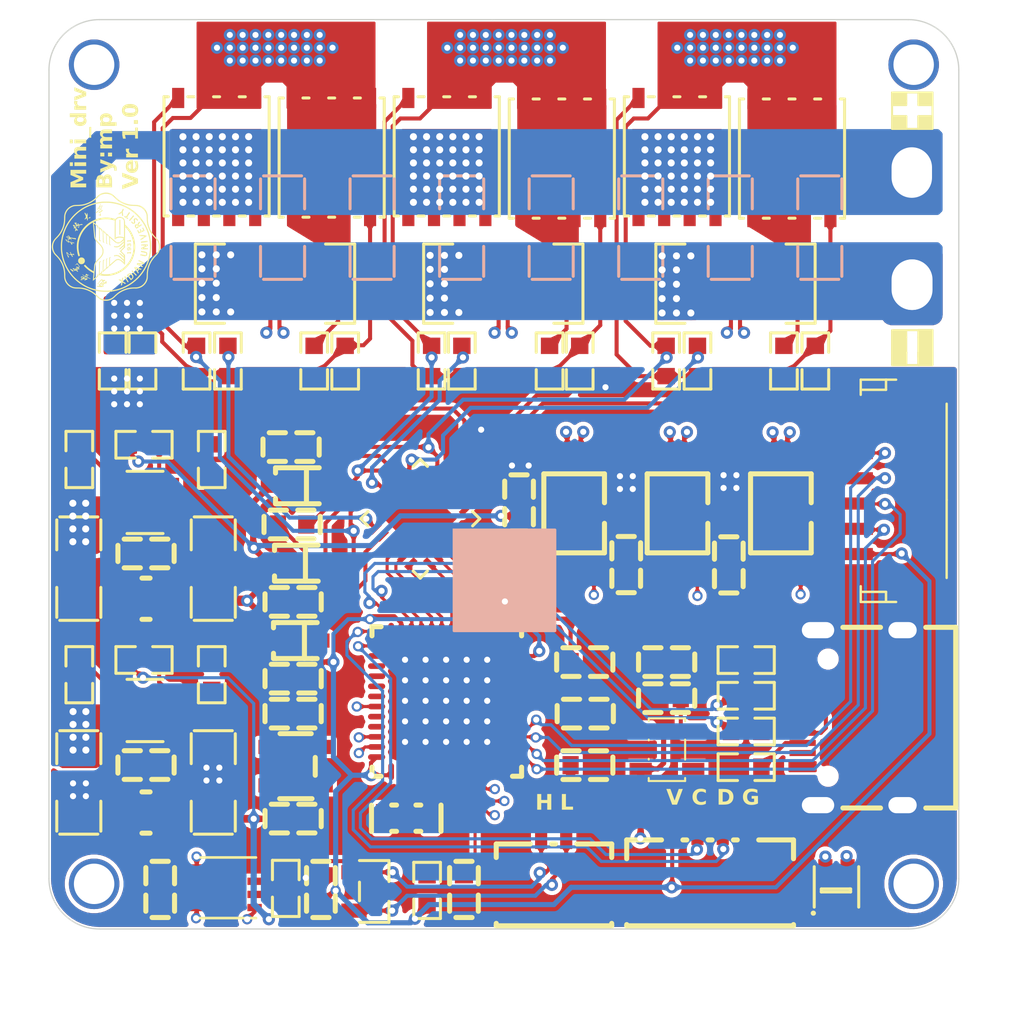
<source format=kicad_pcb>
(kicad_pcb
	(version 20241229)
	(generator "pcbnew")
	(generator_version "9.0")
	(general
		(thickness 1.6)
		(legacy_teardrops no)
	)
	(paper "A4")
	(layers
		(0 "F.Cu" signal)
		(4 "In1.Cu" signal)
		(6 "In2.Cu" signal)
		(2 "B.Cu" signal)
		(9 "F.Adhes" user "F.Adhesive")
		(11 "B.Adhes" user "B.Adhesive")
		(13 "F.Paste" user)
		(15 "B.Paste" user)
		(5 "F.SilkS" user "F.Silkscreen")
		(7 "B.SilkS" user "B.Silkscreen")
		(1 "F.Mask" user)
		(3 "B.Mask" user)
		(17 "Dwgs.User" user "User.Drawings")
		(19 "Cmts.User" user "User.Comments")
		(21 "Eco1.User" user "User.Eco1")
		(23 "Eco2.User" user "User.Eco2")
		(25 "Edge.Cuts" user)
		(27 "Margin" user)
		(31 "F.CrtYd" user "F.Courtyard")
		(29 "B.CrtYd" user "B.Courtyard")
		(35 "F.Fab" user)
		(33 "B.Fab" user)
		(39 "User.1" user)
		(41 "User.2" user)
		(43 "User.3" user)
		(45 "User.4" user)
	)
	(setup
		(stackup
			(layer "F.SilkS"
				(type "Top Silk Screen")
			)
			(layer "F.Paste"
				(type "Top Solder Paste")
			)
			(layer "F.Mask"
				(type "Top Solder Mask")
				(thickness 0.01)
			)
			(layer "F.Cu"
				(type "copper")
				(thickness 0.035)
			)
			(layer "dielectric 1"
				(type "prepreg")
				(thickness 0.1)
				(material "FR4")
				(epsilon_r 4.5)
				(loss_tangent 0.02)
			)
			(layer "In1.Cu"
				(type "copper")
				(thickness 0.035)
			)
			(layer "dielectric 2"
				(type "core")
				(thickness 1.24)
				(material "FR4")
				(epsilon_r 4.5)
				(loss_tangent 0.02)
			)
			(layer "In2.Cu"
				(type "copper")
				(thickness 0.035)
			)
			(layer "dielectric 3"
				(type "prepreg")
				(thickness 0.1)
				(material "FR4")
				(epsilon_r 4.5)
				(loss_tangent 0.02)
			)
			(layer "B.Cu"
				(type "copper")
				(thickness 0.035)
			)
			(layer "B.Mask"
				(type "Bottom Solder Mask")
				(thickness 0.01)
			)
			(layer "B.Paste"
				(type "Bottom Solder Paste")
			)
			(layer "B.SilkS"
				(type "Bottom Silk Screen")
			)
			(copper_finish "None")
			(dielectric_constraints no)
		)
		(pad_to_mask_clearance 0)
		(allow_soldermask_bridges_in_footprints no)
		(tenting front back)
		(pcbplotparams
			(layerselection 0x00000000_00000000_55555555_5f55f5ff)
			(plot_on_all_layers_selection 0x00000000_00000000_00000000_00000000)
			(disableapertmacros no)
			(usegerberextensions no)
			(usegerberattributes yes)
			(usegerberadvancedattributes yes)
			(creategerberjobfile yes)
			(dashed_line_dash_ratio 12.000000)
			(dashed_line_gap_ratio 3.000000)
			(svgprecision 4)
			(plotframeref no)
			(mode 1)
			(useauxorigin no)
			(hpglpennumber 1)
			(hpglpenspeed 20)
			(hpglpendiameter 15.000000)
			(pdf_front_fp_property_popups yes)
			(pdf_back_fp_property_popups yes)
			(pdf_metadata yes)
			(pdf_single_document no)
			(dxfpolygonmode yes)
			(dxfimperialunits yes)
			(dxfusepcbnewfont yes)
			(psnegative no)
			(psa4output no)
			(plot_black_and_white yes)
			(plotinvisibletext no)
			(sketchpadsonfab no)
			(plotpadnumbers no)
			(hidednponfab no)
			(sketchdnponfab yes)
			(crossoutdnponfab yes)
			(subtractmaskfromsilk no)
			(outputformat 1)
			(mirror no)
			(drillshape 0)
			(scaleselection 1)
			(outputdirectory "Gerber/")
		)
	)
	(net 0 "")
	(net 1 "GND")
	(net 2 "DCBUS")
	(net 3 "+12V")
	(net 4 "+5V")
	(net 5 "AVCC")
	(net 6 "VCC")
	(net 7 "/NRST")
	(net 8 "/VB_A")
	(net 9 "/SH_A")
	(net 10 "/VB_B")
	(net 11 "/SH_B")
	(net 12 "/SH_C")
	(net 13 "/VB_C")
	(net 14 "/CAN-")
	(net 15 "/CAN+")
	(net 16 "/GH_A")
	(net 17 "/GL_A")
	(net 18 "IA+")
	(net 19 "/GH_B")
	(net 20 "IB+")
	(net 21 "/GL_B")
	(net 22 "/GH_C")
	(net 23 "/GL_C")
	(net 24 "Net-(USBC1-CC1)")
	(net 25 "Net-(USBC1-CC2)")
	(net 26 "/USB_DN")
	(net 27 "/SPI1_MOSI")
	(net 28 "/E_CS")
	(net 29 "/SPI1_MISO")
	(net 30 "/SPI1_SCK")
	(net 31 "Net-(USBC1-DN1)")
	(net 32 "/USB_DP")
	(net 33 "unconnected-(U3-NC-Pad4)")
	(net 34 "unconnected-(U4-NC-Pad4)")
	(net 35 "unconnected-(U5-PA3-Pad11)")
	(net 36 "/SW_DIO")
	(net 37 "unconnected-(U5-PC14-OSC32_IN-Pad3)")
	(net 38 "/FDCAN_TX")
	(net 39 "unconnected-(U5-PC15-OSC32_OUT-Pad4)")
	(net 40 "/FDCAN_RX")
	(net 41 "unconnected-(U5-PB3-Pad41)")
	(net 42 "unconnected-(U5-PA4-Pad12)")
	(net 43 "unconnected-(U5-PB0-Pad17)")
	(net 44 "unconnected-(U5-PB12-Pad25)")
	(net 45 "unconnected-(U5-PB6-Pad44)")
	(net 46 "unconnected-(U5-PB1-Pad18)")
	(net 47 "unconnected-(U5-PC11-Pad40)")
	(net 48 "unconnected-(U5-PA15-Pad38)")
	(net 49 "unconnected-(U5-PB4-Pad42)")
	(net 50 "/IB")
	(net 51 "unconnected-(U5-PC13-Pad2)")
	(net 52 "unconnected-(U5-PB11-Pad24)")
	(net 53 "unconnected-(U5-PB7-Pad45)")
	(net 54 "/IC")
	(net 55 "unconnected-(U5-PB2-Pad19)")
	(net 56 "unconnected-(U5-PC6-Pad29)")
	(net 57 "unconnected-(U5-PB10-Pad22)")
	(net 58 "/SPI3_MOSI")
	(net 59 "/O_IN")
	(net 60 "/IA")
	(net 61 "/SW_SCK")
	(net 62 "/O_OUT")
	(net 63 "unconnected-(U8-EP-Pad25)")
	(net 64 "unconnected-(U8-NC-Pad7)")
	(net 65 "unconnected-(U8-NC-Pad5)")
	(net 66 "unconnected-(U8-NC-Pad21)")
	(net 67 "unconnected-(U8-NC-Pad8)")
	(net 68 "unconnected-(U9-NC-Pad1)")
	(net 69 "unconnected-(U10-NC-Pad1)")
	(net 70 "unconnected-(U11-NC-Pad1)")
	(net 71 "unconnected-(USBC1-VBUS-PadA4B9)")
	(net 72 "unconnected-(USBC1-SBU2-PadB8)")
	(net 73 "unconnected-(USBC1-SBU1-PadA8)")
	(net 74 "unconnected-(LED1-DO-Pad1)")
	(net 75 "Net-(Q1-G)")
	(net 76 "Net-(Q2-G)")
	(net 77 "Net-(Q3-G)")
	(net 78 "Net-(Q4-G)")
	(net 79 "Net-(Q5-G)")
	(net 80 "Net-(Q6-G)")
	(net 81 "unconnected-(U5-PC10-Pad39)")
	(net 82 "/LIN3")
	(net 83 "/HIN1")
	(net 84 "/HIN3")
	(net 85 "/LIN2")
	(net 86 "/HIN2")
	(net 87 "/LIN1")
	(net 88 "Net-(U12-SW)")
	(net 89 "Net-(U12-EN)")
	(net 90 "Net-(U12-FB)")
	(net 91 "Net-(U13-SW)")
	(net 92 "Net-(U13-EN)")
	(net 93 "Net-(U13-FB)")
	(net 94 "/IC+")
	(net 95 "PGND")
	(net 96 "Net-(USBC1-DP1)")
	(net 97 "unconnected-(USBC1-VBUS-PadA4B9)_1")
	(net 98 "Net-(U12-BS)")
	(net 99 "Net-(U13-BS)")
	(footprint "EasyEDA:IND-SMD_L2.5-W2.0" (layer "F.Cu") (at 162.5 122.14 180))
	(footprint "EasyEDA:R0603" (layer "F.Cu") (at 192.18464 130.475))
	(pad "2" smd rect
		(at 0.75 0)
		(size 0.81 0.86)
		(layers "F.Cu" "F.Mask" "F.Paste")
		(net 24 "Net-(USBC1-CC1)")
		(pintype "unspecified")
		(teardrops
			(best_length_ratio 0.2)
			(max_length 0.25)
			(best_width_ratio 0.6)
			(max_width 0.5)
			(curved_edges no)filter_ratio 0.9)
		(enabled yes)
		(allow_two_segments yes)
		(prefer_zone_connections yes)
	)
	(uuid "5f22b8fe-0122-4d37-88b9-28458114f1b1")
)
(embedded_fonts no)
(model "${KICAD_3RD_PARTY}/EasyEDA.3dshapes/R0603.wrl"
	(offset
		(xyz 0 -0 -0)
	)
	(scale
		(xyz 1 1 1)
	)
	(rotate
		(xyz 0 0 270)
	)
)
)
(footprint "EasyEDA:C0603" (layer "F.Cu") (at 188.25 125.275))
(pad "2" smd rect
	(at 0.7 0)
	(size 0.8 0.9)
	(layers "F.Cu" "F.Mask" "F.Paste")
	(net 5 "AVCC")
	(pintype "passive")
	(teardrops
		(best_length_ratio 0.2)
		(max_length 0.25)
		(best_width_ratio 0.6)
		(max_width 0.5)
		(curved_edges no)filter_ratio 0.9)
	(enabled yes)
	(allow_two_segments yes)
	(prefer_zone_connections yes)
)
(uuid "29fec3c0-ab48-409c-988e-7a273e2c6db2")
)
(embedded_fonts no)
(model "${KICAD_3RD_PARTY}/EasyEDA.3dshapes/C0603_L1.6-W0.8-H0.8.wrl"
	(offset
		(xyz -0.5 -0.13 -0)
	)
	(scale
		(xyz 1 1 1)
	)
	(rotate
		(xyz 0 0 0)
	)
)
)
(footprint "EasyEDA:C0603" (layer "F.Cu") (at 180.95 120.465 -90))
(pad "2" smd rect
	(at 0.7 0 270)
	(size 0.8 0.9)
	(layers "F.Cu" "F.Mask" "F.Paste")
	(net 5 "AVCC")
	(pintype "passive")
	(teardrops
		(best_length_ratio 0.2)
		(max_length 0.25)
		(best_width_ratio 0.6)
		(max_width 0.5)
		(curved_edges no)filter_ratio 0.9)
	(enabled yes)
	(allow_two_segments yes)
	(prefer_zone_connections yes)
)
(uuid "97809cdd-9d95-4ec7-953a-8e32b3bbc099")
)
(embedded_fonts no)
(model "${KICAD_3RD_PARTY}/EasyEDA.3dshapes/C0603_L1.6-W0.8-H0.8.wrl"
	(offset
		(xyz -0.5 -0.13 -0)
	)
	(scale
		(xyz 1 1 1)
	)
	(rotate
		(xyz 0 0 0)
	)
)
)
(footprint "EasyEDA:C0603" (layer "F.Cu") (at 162.5 130.37 180))
(pad "2" smd rect
	(at 0.7 0 180)
	(size 0.8 0.9)
	(layers "F.Cu" "F.Mask" "F.Paste")
	(net 88 "Net-(U12-SW)")
	(pintype "passive")
	(teardrops
		(best_length_ratio 0.2)
		(max_length 0.25)
		(best_width_ratio 0.6)
		(max_width 0.5)
		(curved_edges no)filter_ratio 0.9)
	(enabled yes)
	(allow_two_segments yes)
	(prefer_zone_connections yes)
)
(uuid "677283af-3cb1-4a37-9b03-dfc63d0fd569")
)
(embedded_fonts no)
(model "${KICAD_3RD_PARTY}/EasyEDA.3dshapes/C0603_L1.6-W0.8-H0.8.wrl"
	(offset
		(xyz -0.5 -0.13 -0)
	)
	(scale
		(xyz 1 1 1)
	)
	(rotate
		(xyz 0 0 0)
	)
)
)
(footprint "MountingHole:MountingHole_2.2mm_M2_DIN965_Pad" (layer "F.Cu") (at 200.375001 106.6))
(embedded_fonts no)
)
(footprint "EasyEDA:TSSOP-8_L4.4-W3.0-P0.65-LS6.4-BL" (layer "F.Cu") (at 183.675 117.9 180))
(pad "2" smd oval
	(at -0.32 2.93 180)
	(size 0.35 1.45)
	(layers "F.Cu" "F.Mask" "F.Paste")
	(net 94 "/IC+")
	(pinfunction "IN+")
	(pintype "unspecified")
	(teardrops
		(best_length_ratio 0.2)
		(max_length 0.25)
		(best_width_ratio 0.6)
		(max_width 0.5)
		(curved_edges no)filter_ratio 0.9)
	(enabled yes)
	(allow_two_segments yes)
	(prefer_zone_connections yes)
)
(uuid "900ebd2e-b7bf-4561-9d44-b92ee17314f1")
)
(pad "3" smd oval
	(at 0.33 2.93 180)
	(size 0.35 1.45)
	(layers "F.Cu" "F.Mask" "F.Paste")
	(net 95 "PGND")
	(pinfunction "IN-")
	(pintype "unspecified")
	(teardrops
		(best_length_ratio 0.2)
		(max_length 0.25)
		(best_width_ratio 0.6)
		(max_width 0.5)
		(curved_edges no)filter_ratio 0.9)
	(enabled yes)
	(allow_two_segments yes)
	(prefer_zone_connections yes)
)
(uuid "d299a520-56c4-476d-8804-a3742d02cd9b")
)
(pad "4" smd oval
	(at 0.98 2.93 180)
	(size 0.35 1.45)
	(layers "F.Cu" "F.Mask" "F.Paste")
	(net 1 "GND")
	(pinfunction "GND")
	(pintype "unspecified")
	(teardrops
		(best_length_ratio 0.2)
		(max_length 0.25)
		(best_width_ratio 0.6)
		(max_width 0.5)
		(curved_edges no)filter_ratio 0.9)
	(enabled yes)
	(allow_two_segments yes)
	(prefer_zone_connections yes)
)
(uuid "5e3f5998-77d5-4a78-bc0b-19291ab6a1b1")
)
(pad "5" smd oval
	(at 0.98 -2.93 180)
	(size 0.35 1.45)
	(layers "F.Cu" "F.Mask" "F.Paste")
	(net 5 "AVCC")
	(pinfunction "VS")
	(pintype "unspecified")
	(teardrops
		(best_length_ratio 0.2)
		(max_length 0.25)
		(best_width_ratio 0.6)
		(max_width 0.5)
		(curved_edges no)filter_ratio 0.9)
	(enabled yes)
	(allow_two_segments yes)
	(prefer_zone_connections yes)
)
(uuid "50320802-c67c-44ff-803f-7fe50639b0c2")
)
(pad "6" smd oval
	(at 0.33 -2.93 180)
	(size 0.35 1.45)
	(layers "F.Cu" "F.Mask" "F.Paste")
	(net 5 "AVCC")
	(pinfunction "REF2")
	(pintype "unspecified")
	(teardrops
		(best_length_ratio 0.2)
		(max_length 0.25)
		(best_width_ratio 0.6)
		(max_width 0.5)
		(curved_edges no)filter_ratio 0.9)
	(enabled yes)
	(allow_two_segments yes)
	(prefer_zone_connections yes)
)
(uuid "16b37dc3-3d3f-4f71-a8c7-a7556d499c39")
)
(pad "7" smd oval
	(at -0.32 -2.93 180)
	(size 0.35 1.45)
	(layers "F.Cu" "F.Mask" "F.Paste")
	(net 1 "GND")
	(pinfunction "REF1")
	(pintype "unspecified")
	(teardrops
		(best_length_ratio 0.2)
		(max_length 0.25)
		(best_width_ratio 0.6)
		(max_width 0.5)
		(curved_edges no)filter_ratio 0.9)
	(enabled yes)
	(allow_two_segments yes)
	(prefer_zone_connections yes)
)
(uuid "8af4db05-34ea-41cc-8f59-d985272fa165")
)
(pad "8" smd oval
	(at -0.98 -2.93 180)
	(size 0.35 1.45)
	(layers "F.Cu" "F.Mask" "F.Paste")
	(net 54 "/IC")
	(pinfunction "OUT")
	(pintype "unspecified")
	(teardrops
		(best_length_ratio 0.2)
		(max_length 0.25)
		(best_width_ratio 0.6)
		(max_width 0.5)
		(curved_edges no)filter_ratio 0.9)
	(enabled yes)
	(allow_two_segments yes)
	(prefer_zone_connections yes)
)
(uuid "4846ceaa-271e-4e61-9abc-ab12fef3a8ca")
)
(embedded_fonts no)
(model "${KICAD_3RD_PARTY}/EasyEDA.3dshapes/TSSOP-8_L4.4-W3.0-P0.65-LS6.4-BL-2.wrl"
	(offset
		(xyz 0 -0 -0)
	)
	(scale
		(xyz 1 1 1)
	)
	(rotate
		(xyz 0 0 0)
	)
)
)
(footprint "EasyEDA:R0603" (layer "F.Cu") (at 170.815 110.375 90))
(pad "2" smd rect
	(at 0.75 0 90)
	(size 0.81 0.86)
	(layers "F.Cu" "F.Mask" "F.Paste")
	(net 94 "/IC+")
	(pintype "unspecified")
	(teardrops
		(best_length_ratio 0.2)
		(max_length 0.25)
		(best_width_ratio 0.6)
		(max_width 0.5)
		(curved_edges no)filter_ratio 0.9)
	(enabled yes)
	(allow_two_segments yes)
	(prefer_zone_connections yes)
)
(uuid "33710302-0674-481b-8918-ac416e8b46e2")
)
(embedded_fonts no)
(model "${KICAD_3RD_PARTY}/EasyEDA.3dshapes/R0603.wrl"
	(offset
		(xyz 0 -0 -0)
	)
	(scale
		(xyz 1 1 1)
	)
	(rotate
		(xyz 0 0 270)
	)
)
)
(footprint "EasyEDA:C0603" (layer "F.Cu") (at 184.225 127.825 180))
(pad "2" smd rect
	(at 0.7 0 180)
	(size 0.8 0.9)
	(layers "F.Cu" "F.Mask" "F.Paste")
	(net 5 "AVCC")
	(pintype "passive")
	(teardrops
		(best_length_ratio 0.2)
		(max_length 0.25)
		(best_width_ratio 0.6)
		(max_width 0.5)
		(curved_edges no)filter_ratio 0.9)
	(enabled yes)
	(allow_two_segments yes)
	(prefer_zone_connections yes)
)
(uuid "f197942b-c475-4718-b410-7409f7948556")
)
(embedded_fonts no)
(model "${KICAD_3RD_PARTY}/EasyEDA.3dshapes/C0603_L1.6-W0.8-H0.8.wrl"
	(offset
		(xyz -0.5 -0.13 -0)
	)
	(scale
		(xyz 1 1 1)
	)
	(rotate
		(xyz 0 0 0)
	)
)
)
(footprint "EasyEDA:R0603" (layer "F.Cu") (at 162.325 110.375 -90))
(pad "2" smd rect
	(at 0.75 0 270)
	(size 0.81 0.86)
	(layers "F.Cu" "F.Mask" "F.Paste")
	(net 1 "GND")
	(pintype "unspecified")
	(teardrops
		(best_length_ratio 0.2)
		(max_length 0.25)
		(best_width_ratio 0.6)
		(max_width 0.5)
		(curved_edges no)filter_ratio 0.9)
	(enabled yes)
	(allow_two_segments yes)
	(prefer_zone_connections yes)
)
(uuid "cbe8cf68-5921-4fd4-ba25-1c802cf2d081")
)
(embedded_fonts no)
(model "${KICAD_3RD_PARTY}/EasyEDA.3dshapes/R0603.wrl"
	(offset
		(xyz 0 -0 -0)
	)
	(scale
		(xyz 1 1 1)
	)
	(rotate
		(xyz 0 0 270)
	)
)
)
(footprint "EasyEDA:R0603" (layer "F.Cu") (at 162.4 114.52 180))
(pad "2" smd rect
	(at 0.75 0 180)
	(size 0.81 0.86)
	(layers "F.Cu" "F.Mask" "F.Paste")
	(net 3 "+12V")
	(pintype "unspecified")
	(teardrops
		(best_length_ratio 0.2)
		(max_length 0.25)
		(best_width_ratio 0.6)
		(max_width 0.5)
		(curved_edges no)filter_ratio 0.9)
	(enabled yes)
	(allow_two_segments yes)
	(prefer_zone_connections yes)
)
(uuid "8334f625-a96e-48f8-bd79-50deda8cd945")
)
(embedded_fonts no)
(model "${KICAD_3RD_PARTY}/EasyEDA.3dshapes/R0603.wrl"
	(offset
		(xyz 0 -0 -0)
	)
	(scale
		(xyz 1 1 1)
	)
	(rotate
		(xyz 0 0 270)
	)
)
)
(footprint "EasyEDA:DFN-8_L5.9-W5.2-P1.27-LS6.2-BL" (layer "F.Cu") (at 194.45 100.33))
(pad "2" smd rect
	(at -0.63 2.92)
	(size 0.6 1)
	(layers "F.Cu" "F.Mask" "F.Paste")
	(net 18 "IA+")
	(pinfunction "S")
	(pintype "unspecified")
	(teardrops
		(best_length_ratio 0.2)
		(max_length 0.25)
		(best_width_ratio 0.6)
		(max_width 0.5)
		(curved_edges no)filter_ratio 0.9)
	(enabled yes)
	(allow_two_segments yes)
	(prefer_zone_connections yes)
)
(uuid "499afb2d-4a7c-4cfd-8363-9a1b5211caad")
)
(pad "3" smd rect
	(at 0.63 2.92)
	(size 0.6 1)
	(layers "F.Cu" "F.Mask" "F.Paste")
	(net 18 "IA+")
	(pinfunction "S")
	(pintype "unspecified")
	(teardrops
		(best_length_ratio 0.2)
		(max_length 0.25)
		(best_width_ratio 0.6)
		(max_width 0.5)
		(curved_edges no)filter_ratio 0.9)
	(enabled yes)
	(allow_two_segments yes)
	(prefer_zone_connections yes)
)
(uuid "0b0a06ce-8988-47db-b640-7f101b51eb09")
)
(pad "4" smd rect
	(at 1.9 2.92)
	(size 0.6 1)
	(layers "F.Cu" "F.Mask" "F.Paste")
	(net 80 "Net-(Q6-G)")
	(pinfunction "G")
	(pintype "unspecified")
	(teardrops
		(best_length_ratio 0.2)
		(max_length 0.25)
		(best_width_ratio 0.6)
		(max_width 0.5)
		(curved_edges no)filter_ratio 0.9)
	(enabled yes)
	(allow_two_segments yes)
	(prefer_zone_connections yes)
)
(uuid "6c654029-65f7-41e3-99e1-7a8d7229210a")
)
(pad "5" smd rect
	(at 1.9 -2.92)
	(size 0.6 1)
	(layers "F.Cu" "F.Mask" "F.Paste")
	(net 9 "/SH_A")
	(pinfunction "D")
	(pintype "unspecified")
	(teardrops
		(best_length_ratio 0.2)
		(max_length 0.25)
		(best_width_ratio 0.6)
		(max_width 0.5)
		(curved_edges no)filter_ratio 0.9)
	(enabled yes)
	(allow_two_segments yes)
	(prefer_zone_connections yes)
)
(uuid "7666706f-3bc9-4467-941a-9d27a0f3a54a")
)
(pad "6" smd rect
	(at 0.63 -2.92)
	(size 0.6 1)
	(layers "F.Cu" "F.Mask" "F.Paste")
	(net 9 "/SH_A")
	(pinfunction "D")
	(pintype "unspecified")
	(teardrops
		(best_length_ratio 0.2)
		(max_length 0.25)
		(best_width_ratio 0.6)
		(max_width 0.5)
		(curved_edges no)filter_ratio 0.9)
	(enabled yes)
	(allow_two_segments yes)
	(prefer_zone_connections yes)
)
(uuid "4d9059be-6da6-4c9b-839c-ee9f0c49491d")
)
(pad "7" smd rect
	(at -0.63 -2.92)
	(size 0.6 1)
	(layers "F.Cu" "F.Mask" "F.Paste")
	(net 9 "/SH_A")
	(pinfunction "D")
	(pintype "unspecified")
	(teardrops
		(best_length_ratio 0.2)
		(max_length 0.25)
		(best_width_ratio 0.6)
		(max_width 0.5)
		(curved_edges no)filter_ratio 0.9)
	(enabled yes)
	(allow_two_segments yes)
	(prefer_zone_connections yes)
)
(uuid "ce865f61-66eb-4a03-8863-5d961b70ba21")
)
(pad "8" smd rect
	(at -1.91 -2.92)
	(size 0.6 1)
	(layers "F.Cu" "F.Mask" "F.Paste")
	(net 9 "/SH_A")
	(pinfunction "D")
	(pintype "unspecified")
	(teardrops
		(best_length_ratio 0.2)
		(max_length 0.25)
		(best_width_ratio 0.6)
		(max_width 0.5)
		(curved_edges no)filter_ratio 0.9)
	(enabled yes)
	(allow_two_segments yes)
	(prefer_zone_connections yes)
)
(uuid "68cd77b4-3700-4fb5-8a1c-644b41acf6a2")
)
(pad "9" smd rect
	(at 0 -0.61)
	(size 4.41 4)
	(layers "F.Cu" "F.Mask" "F.Paste")
	(net 9 "/SH_A")
	(pinfunction "D")
	(pintype "unspecified")
	(teardrops
		(best_length_ratio 0.2)
		(max_length 0.25)
		(best_width_ratio 0.6)
		(max_width 0.5)
		(curved_edges no)filter_ratio 0.9)
	(enabled yes)
	(allow_two_segments yes)
	(prefer_zone_connections yes)
)
(uuid "14081e6f-c248-4294-b60f-8028b8618128")
)
(embedded_fonts no)
(model "${KICAD_3RD_PARTY}/EasyEDA.3dshapes/DFN-8_L5.9-W5.2-P1.27-LS6.2-BL.wrl"
	(offset
		(xyz 0 -0 -0)
	)
	(scale
		(xyz 1 1 1)
	)
	(rotate
		(xyz 0 0 0)
	)
)
)
(footprint "EasyEDA:R0603" (layer "F.Cu") (at 166.55 110.375 -90))
(pad "2" smd rect
	(at 0.75 0 270)
	(size 0.81 0.86)
	(layers "F.Cu" "F.Mask" "F.Paste")
	(net 75 "Net-(Q1-G)")
	(pintype "unspecified")
	(teardrops
		(best_length_ratio 0.2)
		(max_length 0.25)
		(best_width_ratio 0.6)
		(max_width 0.5)
		(curved_edges no)filter_ratio 0.9)
	(enabled yes)
	(allow_two_segments yes)
	(prefer_zone_connections yes)
)
(uuid "0afda7bf-16c2-49c3-b74a-d445c6496868")
)
(embedded_fonts no)
(model "${KICAD_3RD_PARTY}/EasyEDA.3dshapes/R0603.wrl"
	(offset
		(xyz 0 -0 -0)
	)
	(scale
		(xyz 1 1 1)
	)
	(rotate
		(xyz 0 0 270)
	)
)
)
(footprint "EasyEDA:SOT-23-5_L3.0-W1.7-P0.95-LS2.8-BR" (layer "F.Cu") (at 188.265 129.61 180))
(pad "2" smd rect
	(at 1.3 0 180)
	(size 1.1 0.6)
	(layers "F.Cu" "F.Mask" "F.Paste")
	(net 1 "GND")
	(pinfunction "GND")
	(pintype "unspecified")
	(teardrops
		(best_length_ratio 0.2)
		(max_length 0.25)
		(best_width_ratio 0.6)
		(max_width 0.5)
		(curved_edges no)filter_ratio 0.9)
	(enabled yes)
	(allow_two_segments yes)
	(prefer_zone_connections yes)
)
(uuid "77ec0a04-7383-46bf-864d-d452c0013b2d")
)
(pad "3" smd rect
	(at 1.3 -0.95 180)
	(size 1.1 0.6)
	(layers "F.Cu" "F.Mask" "F.Paste")
	(net 4 "+5V")
	(pinfunction "EN")
	(pintype "unspecified")
	(teardrops
		(best_length_ratio 0.2)
		(max_length 0.25)
		(best_width_ratio 0.6)
		(max_width 0.5)
		(curved_edges no)filter_ratio 0.9)
	(enabled yes)
	(allow_two_segments yes)
	(prefer_zone_connections yes)
)
(uuid "e18bcbdd-e878-47f3-a909-f75e51dcd0cf")
)
(pad "4" smd rect
	(at -1.3 -0.95 180)
	(size 1.1 0.6)
	(layers "F.Cu" "F.Mask" "F.Paste")
	(net 33 "unconnected-(U3-NC-Pad4)")
	(pinfunction "NC")
	(pintype "unspecified+no_connect")
	(teardrops
		(best_length_ratio 0.2)
		(max_length 0.25)
		(best_width_ratio 0.6)
		(max_width 0.5)
		(curved_edges no)filter_ratio 0.9)
	(enabled yes)
	(allow_two_segments yes)
	(prefer_zone_connections yes)
)
(uuid "1697a40c-1bb7-4636-ad49-f7fd1b3f13a1")
)
(pad "5" smd rect
	(at -1.3 0.95 180)
	(size 1.1 0.6)
	(layers "F.Cu" "F.Mask" "F.Paste")
	(net 5 "AVCC")
	(pinfunction "OUT")
	(pintype "unspecified")
	(teardrops
		(best_length_ratio 0.2)
		(max_length 0.25)
		(best_width_ratio 0.6)
		(max_width 0.5)
		(curved_edges no)filter_ratio 0.9)
	(enabled yes)
	(allow_two_segments yes)
	(prefer_zone_connections yes)
)
(uuid "54534adf-b3a2-4c6e-96e6-95569bb199d0")
)
(embedded_fonts no)
(model "${KICAD_3RD_PARTY}/EasyEDA.3dshapes/SOT-23-5_L2.9-W1.6-H1.1-LS2.8-P0.95.wrl"
	(offset
		(xyz 0 -0 -0)
	)
	(scale
		(xyz 1 1 1)
	)
	(rotate
		(xyz 0 0 180)
	)
)
)
(footprint "EasyEDA:R0603" (layer "F.Cu") (at 183.95 110.375 90))
(pad "2" smd rect
	(at 0.75 0 90)
	(size 0.81 0.86)
	(layers "F.Cu" "F.Mask" "F.Paste")
	(net 78 "Net-(Q4-G)")
	(pintype "unspecified")
	(teardrops
		(best_length_ratio 0.2)
		(max_length 0.25)
		(best_width_ratio 0.6)
		(max_width 0.5)
		(curved_edges no)filter_ratio 0.9)
	(enabled yes)
	(allow_two_segments yes)
	(prefer_zone_connections yes)
)
(uuid "c2f24bd1-5253-41c1-9026-6502e90d91c8")
)
(embedded_fonts no)
(model "${KICAD_3RD_PARTY}/EasyEDA.3dshapes/R0603.wrl"
	(offset
		(xyz 0 -0 -0)
	)
	(scale
		(xyz 1 1 1)
	)
	(rotate
		(xyz 0 0 270)
	)
)
)
(footprint "EasyEDA:C0603" (layer "F.Cu") (at 162.5 119.9 180))
(pad "2" smd rect
	(at 0.7 0 180)
	(size 0.8 0.9)
	(layers "F.Cu" "F.Mask" "F.Paste")
	(net 91 "Net-(U13-SW)")
	(pintype "passive")
	(teardrops
		(best_length_ratio 0.2)
		(max_length 0.25)
		(best_width_ratio 0.6)
		(max_width 0.5)
		(curved_edges no)filter_ratio 0.9)
	(enabled yes)
	(allow_two_segments yes)
	(prefer_zone_connections yes)
)
(uuid "329d38d6-5a0d-43fb-af83-406c25187777")
)
(embedded_fonts no)
(model "${KICAD_3RD_PARTY}/EasyEDA.3dshapes/C0603_L1.6-W0.8-H0.8.wrl"
	(offset
		(xyz -0.5 -0.13 -0)
	)
	(scale
		(xyz 1 1 1)
	)
	(rotate
		(xyz 0 0 0)
	)
)
)
(footprint "EasyEDA:DFN-8_L5.9-W5.2-P1.27-LS6.2-BL" (layer "F.Cu") (at 183.066 100.33))
(pad "2" smd rect
	(at -0.63 2.92)
	(size 0.6 1)
	(layers "F.Cu" "F.Mask" "F.Paste")
	(net 20 "IB+")
	(pinfunction "S")
	(pintype "unspecified")
	(teardrops
		(best_length_ratio 0.2)
		(max_length 0.25)
		(best_width_ratio 0.6)
		(max_width 0.5)
		(curved_edges no)filter_ratio 0.9)
	(enabled yes)
	(allow_two_segments yes)
	(prefer_zone_connections yes)
)
(uuid "fee089f7-eb4f-4ef2-bb1c-a56e936a957f")
)
(pad "3" smd rect
	(at 0.63 2.92)
	(size 0.6 1)
	(layers "F.Cu" "F.Mask" "F.Paste")
	(net 20 "IB+")
	(pinfunction "S")
	(pintype "unspecified")
	(teardrops
		(best_length_ratio 0.2)
		(max_length 0.25)
		(best_width_ratio 0.6)
		(max_width 0.5)
		(curved_edges no)filter_ratio 0.9)
	(enabled yes)
	(allow_two_segments yes)
	(prefer_zone_connections yes)
)
(uuid "3c19b414-cd5e-4b15-aea2-6cb95debefbc")
)
(pad "4" smd rect
	(at 1.9 2.92)
	(size 0.6 1)
	(layers "F.Cu" "F.Mask" "F.Paste")
	(net 78 "Net-(Q4-G)")
	(pinfunction "G")
	(pintype "unspecified")
	(teardrops
		(best_length_ratio 0.2)
		(max_length 0.25)
		(best_width_ratio 0.6)
		(max_width 0.5)
		(curved_edges no)filter_ratio 0.9)
	(enabled yes)
	(allow_two_segments yes)
	(prefer_zone_connections yes)
)
(uuid "9afd4582-36fd-421a-8aa9-7071fa2de226")
)
(pad "5" smd rect
	(at 1.9 -2.92)
	(size 0.6 1)
	(layers "F.Cu" "F.Mask" "F.Paste")
	(net 11 "/SH_B")
	(pinfunction "D")
	(pintype "unspecified")
	(teardrops
		(best_length_ratio 0.2)
		(max_length 0.25)
		(best_width_ratio 0.6)
		(max_width 0.5)
		(curved_edges no)filter_ratio 0.9)
	(enabled yes)
	(allow_two_segments yes)
	(prefer_zone_connections yes)
)
(uuid "028fafae-9f1b-408f-9159-63dc329d176d")
)
(pad "6" smd rect
	(at 0.63 -2.92)
	(size 0.6 1)
	(layers "F.Cu" "F.Mask" "F.Paste")
	(net 11 "/SH_B")
	(pinfunction "D")
	(pintype "unspecified")
	(teardrops
		(best_length_ratio 0.2)
		(max_length 0.25)
		(best_width_ratio 0.6)
		(max_width 0.5)
		(curved_edges no)filter_ratio 0.9)
	(enabled yes)
	(allow_two_segments yes)
	(prefer_zone_connections yes)
)
(uuid "61fb4983-e6eb-4761-b3d9-53806203d40a")
)
(pad "7" smd rect
	(at -0.63 -2.92)
	(size 0.6 1)
	(layers "F.Cu" "F.Mask" "F.Paste")
	(net 11 "/SH_B")
	(pinfunction "D")
	(pintype "unspecified")
	(teardrops
		(best_length_ratio 0.2)
		(max_length 0.25)
		(best_width_ratio 0.6)
		(max_width 0.5)
		(curved_edges no)filter_ratio 0.9)
	(enabled yes)
	(allow_two_segments yes)
	(prefer_zone_connections yes)
)
(uuid "29da1b32-0504-4343-802d-398003d6444d")
)
(pad "8" smd rect
	(at -1.91 -2.92)
	(size 0.6 1)
	(layers "F.Cu" "F.Mask" "F.Paste")
	(net 11 "/SH_B")
	(pinfunction "D")
	(pintype "unspecified")
	(teardrops
		(best_length_ratio 0.2)
		(max_length 0.25)
		(best_width_ratio 0.6)
		(max_width 0.5)
		(curved_edges no)filter_ratio 0.9)
	(enabled yes)
	(allow_two_segments yes)
	(prefer_zone_connections yes)
)
(uuid "8b207d40-6b4a-49cf-b2fd-6d3fee172376")
)
(pad "9" smd rect
	(at 0 -0.61)
	(size 4.41 4)
	(layers "F.Cu" "F.Mask" "F.Paste")
	(net 11 "/SH_B")
	(pinfunction "D")
	(pintype "unspecified")
	(teardrops
		(best_length_ratio 0.2)
		(max_length 0.25)
		(best_width_ratio 0.6)
		(max_width 0.5)
		(curved_edges no)filter_ratio 0.9)
	(enabled yes)
	(allow_two_segments yes)
	(prefer_zone_connections yes)
)
(uuid "8b119cf1-befb-44ae-895e-1d91d528713c")
)
(embedded_fonts no)
(model "${KICAD_3RD_PARTY}/EasyEDA.3dshapes/DFN-8_L5.9-W5.2-P1.27-LS6.2-BL.wrl"
	(offset
		(xyz 0 -0 -0)
	)
	(scale
		(xyz 1 1 1)
	)
	(rotate
		(xyz 0 0 0)
	)
)
)
(footprint "EasyEDA:CONN-TH_2P-P1.25_XUNPU_WAFER-GH1.25-2PWB" (layer "F.Cu") (at 182.6625 135.125))
(pad "2" smd rect
	(at 0.62 -1.45)
	(size 0.6 1.7)
	(layers "F.Cu" "F.Mask" "F.Paste")
	(net 14 "/CAN-")
	(pintype "unspecified")
	(teardrops
		(best_length_ratio 0.2)
		(max_length 0.25)
		(best_width_ratio 0.6)
		(max_width 0.5)
		(curved_edges no)filter_ratio 0.9)
	(enabled yes)
	(allow_two_segments yes)
	(prefer_zone_connections yes)
)
(uuid "8236da3c-4769-43e1-8279-4adc0def334d")
)
(pad "3" smd rect
	(at -2.47 1.45)
	(size 1 2.8)
	(layers "F.Cu" "F.Mask" "F.Paste")
	(net 1 "GND")
	(pintype "unspecified")
	(teardrops
		(best_length_ratio 0.2)
		(max_length 0.25)
		(best_width_ratio 0.6)
		(max_width 0.5)
		(curved_edges no)filter_ratio 0.9)
	(enabled yes)
	(allow_two_segments yes)
	(prefer_zone_connections yes)
)
(uuid "d8d61ecb-f9cb-4ee7-95ba-b3a14a66fab6")
)
(pad "4" smd rect
	(at 2.48 1.45)
	(size 1 2.8)
	(layers "F.Cu" "F.Mask" "F.Paste")
	(net 1 "GND")
	(pintype "unspecified")
	(teardrops
		(best_length_ratio 0.2)
		(max_length 0.25)
		(best_width_ratio 0.6)
		(max_width 0.5)
		(curved_edges no)filter_ratio 0.9)
	(enabled yes)
	(allow_two_segments yes)
	(prefer_zone_connections yes)
)
(uuid "15eb1c71-ae5e-4718-9902-f243a804e885")
)
(embedded_fonts no)
(model "${KICAD_3RD_PARTY}/EasyEDA.3dshapes/CONN-TH_2P-P1.25_XUNPU_WAFER-GH1.25-2PWB.wrl"
	(offset
		(xyz 0 -0.69 0)
	)
	(scale
		(xyz 1 1 1)
	)
	(rotate
		(xyz 0 0 0)
	)
)
)
(footprint "EasyEDA:C0603" (layer "F.Cu") (at 184.2 125.275))
(pad "2" smd rect
	(at 0.7 0)
	(size 0.8 0.9)
	(layers "F.Cu" "F.Mask" "F.Paste")
	(net 1 "GND")
	(pintype "passive")
	(teardrops
		(best_length_ratio 0.2)
		(max_length 0.25)
		(best_width_ratio 0.6)
		(max_width 0.5)
		(curved_edges no)filter_ratio 0.9)
	(enabled yes)
	(allow_two_segments yes)
	(prefer_zone_connections yes)
)
(uuid "c50b4454-6bef-46d3-9b28-b91581c43ad6")
)
(embedded_fonts no)
(model "${KICAD_3RD_PARTY}/EasyEDA.3dshapes/C0603_L1.6-W0.8-H0.8.wrl"
	(offset
		(xyz -0.5 -0.13 -0)
	)
	(scale
		(xyz 1 1 1)
	)
	(rotate
		(xyz 0 0 0)
	)
)
)
(footprint "EasyEDA:C0603" (layer "F.Cu") (at 184.2 130.375 180))
(pad "2" smd rect
	(at 0.7 0 180)
	(size 0.8 0.9)
	(layers "F.Cu" "F.Mask" "F.Paste")
	(net 4 "+5V")
	(pintype "passive")
	(teardrops
		(best_length_ratio 0.2)
		(max_length 0.25)
		(best_width_ratio 0.6)
		(max_width 0.5)
		(curved_edges no)filter_ratio 0.9)
	(enabled yes)
	(allow_two_segments yes)
	(prefer_zone_connections yes)
)
(uuid "489c8095-41dc-47fc-aeb4-550fc7489206")
)
(embedded_fonts no)
(model "${KICAD_3RD_PARTY}/EasyEDA.3dshapes/C0603_L1.6-W0.8-H0.8.wrl"
	(offset
		(xyz -0.5 -0.13 -0)
	)
	(scale
		(xyz 1 1 1)
	)
	(rotate
		(xyz 0 0 0)
	)
)
)
(footprint "EasyEDA:R0603" (layer "F.Cu") (at 178.12 110.375 -90))
(pad "2" smd rect
	(at 0.75 0 270)
	(size 0.81 0.86)
	(layers "F.Cu" "F.Mask" "F.Paste")
	(net 77 "Net-(Q3-G)")
	(pintype "unspecified")
	(teardrops
		(best_length_ratio 0.2)
		(max_length 0.25)
		(best_width_ratio 0.6)
		(max_width 0.5)
		(curved_edges no)filter_ratio 0.9)
	(enabled yes)
	(allow_two_segments yes)
	(prefer_zone_connections yes)
)
(uuid "d0ee636f-06b9-4b3c-bbbe-ac93e7b96288")
)
(embedded_fonts no)
(model "${KICAD_3RD_PARTY}/EasyEDA.3dshapes/R0603.wrl"
	(offset
		(xyz 0 -0 -0)
	)
	(scale
		(xyz 1 1 1)
	)
	(rotate
		(xyz 0 0 270)
	)
)
)
(footprint "EasyEDA:R0603" (layer "F.Cu") (at 162.4 125.17 180))
(pad "2" smd rect
	(at 0.75 0 180)
	(size 0.81 0.86)
	(layers "F.Cu" "F.Mask" "F.Paste")
	(net 4 "+5V")
	(pintype "unspecified")
	(teardrops
		(best_length_ratio 0.2)
		(max_length 0.25)
		(best_width_ratio 0.6)
		(max_width 0.5)
		(curved_edges no)filter_ratio 0.9)
	(enabled yes)
	(allow_two_segments yes)
	(prefer_zone_connections yes)
)
(uuid "a1274f92-afe7-4641-8efc-429bdff04898")
)
(embedded_fonts no)
(model "${KICAD_3RD_PARTY}/EasyEDA.3dshapes/R0603.wrl"
	(offset
		(xyz 0 -0 -0)
	)
	(scale
		(xyz 1 1 1)
	)
	(rotate
		(xyz 0 0 270)
	)
)
)
(footprint "EasyEDA:R0603" (layer "F.Cu") (at 169.4125 136.475 90))
(pad "2" smd rect
	(at 0.75 0 90)
	(size 0.81 0.86)
	(layers "F.Cu" "F.Mask" "F.Paste")
	(net 15 "/CAN+")
	(pintype "unspecified")
	(teardrops
		(best_length_ratio 0.2)
		(max_length 0.25)
		(best_width_ratio 0.6)
		(max_width 0.5)
		(curved_edges no)filter_ratio 0.9)
	(enabled yes)
	(allow_two_segments yes)
	(prefer_zone_connections yes)
)
(uuid "61733898-dd25-4620-969c-8fddf5233fc4")
)
(embedded_fonts no)
(model "${KICAD_3RD_PARTY}/EasyEDA.3dshapes/R0603.wrl"
	(offset
		(xyz 0 -0 -0)
	)
	(scale
		(xyz 1 1 1)
	)
	(rotate
		(xyz 0 0 270)
	)
)
)
(footprint "EasyEDA:SOT-23-6_L2.9-W1.6-P0.95-LS2.8-TL" (layer "F.Cu") (at 162.45 127.67 180))
(pad "2" smd rect
	(at -1.15 0 90)
	(size 0.53 1.07)
	(layers "F.Cu" "F.Mask" "F.Paste")
	(net 1 "GND")
	(pinfunction "GND")
	(pintype "unspecified")
	(teardrops
		(best_length_ratio 0.2)
		(max_length 0.25)
		(best_width_ratio 0.6)
		(max_width 0.5)
		(curved_edges no)filter_ratio 0.9)
	(enabled yes)
	(allow_two_segments yes)
	(prefer_zone_connections yes)
)
(uuid "247811b4-6de7-44f3-8eb7-15475615af19")
)
(pad "3" smd rect
	(at -1.15 0.95 90)
	(size 0.53 1.07)
	(layers "F.Cu" "F.Mask" "F.Paste")
	(net 90 "Net-(U12-FB)")
	(pinfunction "FB")
	(pintype "unspecified")
	(teardrops
		(best_length_ratio 0.2)
		(max_length 0.25)
		(best_width_ratio 0.6)
		(max_width 0.5)
		(curved_edges no)filter_ratio 0.9)
	(enabled yes)
	(allow_two_segments yes)
	(prefer_zone_connections yes)
)
(uuid "a7477553-be89-4f22-bd62-35c4a0f77bfd")
)
(pad "4" smd rect
	(at 1.15 0.95 90)
	(size 0.53 1.07)
	(layers "F.Cu" "F.Mask" "F.Paste")
	(net 89 "Net-(U12-EN)")
	(pinfunction "EN")
	(pintype "unspecified")
	(teardrops
		(best_length_ratio 0.2)
		(max_length 0.25)
		(best_width_ratio 0.6)
		(max_width 0.5)
		(curved_edges no)filter_ratio 0.9)
	(enabled yes)
	(allow_two_segments yes)
	(prefer_zone_connections yes)
)
(uuid "a33fc2bd-302e-40df-a984-58695c07aecb")
)
(pad "5" smd rect
	(at 1.15 0 90)
	(size 0.53 1.07)
	(layers "F.Cu" "F.Mask" "F.Paste")
	(net 2 "DCBUS")
	(pinfunction "IN")
	(pintype "unspecified")
	(teardrops
		(best_length_ratio 0.2)
		(max_length 0.25)
		(best_width_ratio 0.6)
		(max_width 0.5)
		(curved_edges no)filter_ratio 0.9)
	(enabled yes)
	(allow_two_segments yes)
	(prefer_zone_connections yes)
)
(uuid "8de57bb0-fe19-420a-bf71-5a31a350b984")
)
(pad "6" smd rect
	(at 1.15 -0.95 90)
	(size 0.53 1.07)
	(layers "F.Cu" "F.Mask" "F.Paste")
	(net 88 "Net-(U12-SW)")
	(pinfunction "SW")
	(pintype "unspecified")
	(teardrops
		(best_length_ratio 0.2)
		(max_length 0.25)
		(best_width_ratio 0.6)
		(max_width 0.5)
		(curved_edges no)filter_ratio 0.9)
	(enabled yes)
	(allow_two_segments yes)
	(prefer_zone_connections yes)
)
(uuid "95d4be71-513f-431a-8017-df3a8bd8f15d")
)
(embedded_fonts no)
(model "${KICAD_3RD_PARTY}/EasyEDA.3dshapes/SOT-23-6_L2.9-W1.6-H1.5-LS2.8-P0.95.wrl"
	(offset
		(xyz 0 -0 -0)
	)
	(scale
		(xyz 1 1 1)
	)
	(rotate
		(xyz 0 0 0)
	)
)
)
(footprint "EasyEDA:R0603" (layer "F.Cu") (at 165 110.375 90))
(pad "2" smd rect
	(at 0.75 0 90)
	(size 0.81 0.86)
	(layers "F.Cu" "F.Mask" "F.Paste")
	(net 12 "/SH_C")
	(pintype "unspecified")
	(teardrops
		(best_length_ratio 0.2)
		(max_length 0.25)
		(best_width_ratio 0.6)
		(max_width 0.5)
		(curved_edges no)filter_ratio 0.9)
	(enabled yes)
	(allow_two_segments yes)
	(prefer_zone_connections yes)
)
(uuid "4398ab57-b415-4f34-bbe3-5b835f546a13")
)
(embedded_fonts no)
(model "${KICAD_3RD_PARTY}/EasyEDA.3dshapes/R0603.wrl"
	(offset
		(xyz 0 -0 -0)
	)
	(scale
		(xyz 1 1 1)
	)
	(rotate
		(xyz 0 0 270)
	)
)
)
(footprint "EasyEDA:C0603" (layer "F.Cu") (at 169.775 127.825))
(pad "2" smd rect
	(at 0.7 0)
	(size 0.8 0.9)
	(layers "F.Cu" "F.Mask" "F.Paste")
	(net 6 "VCC")
	(pintype "passive")
	(teardrops
		(best_length_ratio 0.2)
		(max_length 0.25)
		(best_width_ratio 0.6)
		(max_width 0.5)
		(curved_edges no)filter_ratio 0.9)
	(enabled yes)
	(allow_two_segments yes)
	(prefer_zone_connections yes)
)
(uuid "9d3aff12-d80d-4e7a-acfd-2ea39d196ed7")
)
(embedded_fonts no)
(model "${KICAD_3RD_PARTY}/EasyEDA.3dshapes/C0603_L1.6-W0.8-H0.8.wrl"
	(offset
		(xyz -0.5 -0.13 -0)
	)
	(scale
		(xyz 1 1 1)
	)
	(rotate
		(xyz 0 0 0)
	)
)
)
(footprint "EasyEDA:SOT-23-6_L2.9-W1.6-P0.95-LS2.8-TL" (layer "F.Cu") (at 162.45 117.3725 180))
(pad "2" smd rect
	(at -1.15 0 90)
	(size 0.53 1.07)
	(layers "F.Cu" "F.Mask" "F.Paste")
	(net 1 "GND")
	(pinfunction "GND")
	(pintype "unspecified")
	(teardrops
		(best_length_ratio 0.2)
		(max_length 0.25)
		(best_width_ratio 0.6)
		(max_width 0.5)
		(curved_edges no)filter_ratio 0.9)
	(enabled yes)
	(allow_two_segments yes)
	(prefer_zone_connections yes)
)
(uuid "5c4957dc-8829-481c-b6aa-0eab9e86e2f3")
)
(pad "3" smd rect
	(at -1.15 0.95 90)
	(size 0.53 1.07)
	(layers "F.Cu" "F.Mask" "F.Paste")
	(net 93 "Net-(U13-FB)")
	(pinfunction "FB")
	(pintype "unspecified")
	(teardrops
		(best_length_ratio 0.2)
		(max_length 0.25)
		(best_width_ratio 0.6)
		(max_width 0.5)
		(curved_edges no)filter_ratio 0.9)
	(enabled yes)
	(allow_two_segments yes)
	(prefer_zone_connections yes)
)
(uuid "b6c37eea-bc39-44bc-8c33-3f638915e82b")
)
(pad "4" smd rect
	(at 1.15 0.95 90)
	(size 0.53 1.07)
	(layers "F.Cu" "F.Mask" "F.Paste")
	(net 92 "Net-(U13-EN)")
	(pinfunction "EN")
	(pintype "unspecified")
	(teardrops
		(best_length_ratio 0.2)
		(max_length 0.25)
		(best_width_ratio 0.6)
		(max_width 0.5)
		(curved_edges no)filter_ratio 0.9)
	(enabled yes)
	(allow_two_segments yes)
	(prefer_zone_connections yes)
)
(uuid "f3fdcad8-c238-455b-ab9e-eb2e2d221b60")
)
(pad "5" smd rect
	(at 1.15 0 90)
	(size 0.53 1.07)
	(layers "F.Cu" "F.Mask" "F.Paste")
	(net 2 "DCBUS")
	(pinfunction "IN")
	(pintype "unspecified")
	(teardrops
		(best_length_ratio 0.2)
		(max_length 0.25)
		(best_width_ratio 0.6)
		(max_width 0.5)
		(curved_edges no)filter_ratio 0.9)
	(enabled yes)
	(allow_two_segments yes)
	(prefer_zone_connections yes)
)
(uuid "c06acd44-92c1-4d27-9651-15c88c68413a")
)
(pad "6" smd rect
	(at 1.15 -0.95 90)
	(size 0.53 1.07)
	(layers "F.Cu" "F.Mask" "F.Paste")
	(net 91 "Net-(U13-SW)")
	(pinfunction "SW")
	(pintype "unspecified")
	(teardrops
		(best_length_ratio 0.2)
		(max_length 0.25)
		(best_width_ratio 0.6)
		(max_width 0.5)
		(curved_edges no)filter_ratio 0.9)
	(enabled yes)
	(allow_two_segments yes)
	(prefer_zone_connections yes)
)
(uuid "8977569b-2e7f-412a-9589-c10ecd4f068d")
)
(embedded_fonts no)
(model "${KICAD_3RD_PARTY}/EasyEDA.3dshapes/SOT-23-6_L2.9-W1.6-H1.5-LS2.8-P0.95.wrl"
	(offset
		(xyz 0 -0 -0)
	)
	(scale
		(xyz 1 1 1)
	)
	(rotate
		(xyz 0 0 0)
	)
)
)
(footprint "EasyEDA:C0603" (layer "F.Cu") (at 163.2 136.525 90))
(pad "2" smd rect
	(at 0.7 0 90)
	(size 0.8 0.9)
	(layers "F.Cu" "F.Mask" "F.Paste")
	(net 1 "GND")
	(pintype "passive")
	(teardrops
		(best_length_ratio 0.2)
		(max_length 0.25)
		(best_width_ratio 0.6)
		(max_width 0.5)
		(curved_edges no)filter_ratio 0.9)
	(enabled yes)
	(allow_two_segments yes)
	(prefer_zone_connections yes)
)
(uuid "eeb47fcc-9229-43c5-95d2-b889992e9daf")
)
(embedded_fonts no)
(model "${KICAD_3RD_PARTY}/EasyEDA.3dshapes/C0603_L1.6-W0.8-H0.8.wrl"
	(offset
		(xyz -0.5 -0.13 -0)
	)
	(scale
		(xyz 1 1 1)
	)
	(rotate
		(xyz 0 0 0)
	)
)
)
(footprint "EasyEDA:LED-SMD_4P-L2.0-W2.0-TL_WS2812B-2020" (layer "F.Cu") (at 196.65 136.4 90))
(pad "2" smd rect
	(at -0.92 0.55 90)
	(size 0.9 0.7)
	(layers "F.Cu" "F.Mask" "F.Paste")
	(net 1 "GND")
	(pinfunction "GND")
	(pintype "unspecified")
	(teardrops
		(best_length_ratio 0.2)
		(max_length 0.25)
		(best_width_ratio 0.6)
		(max_width 0.5)
		(curved_edges no)filter_ratio 0.9)
	(enabled yes)
	(allow_two_segments yes)
	(prefer_zone_connections yes)
)
(uuid "b0a70cbd-1602-43b3-a432-7a2f98f62a6d")
)
(pad "3" smd rect
	(at 0.92 0.55 90)
	(size 0.9 0.7)
	(layers "F.Cu" "F.Mask" "F.Paste")
	(net 58 "/SPI3_MOSI")
	(pinfunction "DI")
	(pintype "unspecified")
	(teardrops
		(best_length_ratio 0.2)
		(max_length 0.25)
		(best_width_ratio 0.6)
		(max_width 0.5)
		(curved_edges no)filter_ratio 0.9)
	(enabled yes)
	(allow_two_segments yes)
	(prefer_zone_connections yes)
)
(uuid "af2499a4-cf2a-431b-a4d5-facc2417e9ef")
)
(pad "4" smd rect
	(at 0.92 -0.55 90)
	(size 0.9 0.7)
	(layers "F.Cu" "F.Mask" "F.Paste")
	(net 4 "+5V")
	(pinfunction "VDD")
	(pintype "unspecified")
	(teardrops
		(best_length_ratio 0.2)
		(max_length 0.25)
		(best_width_ratio 0.6)
		(max_width 0.5)
		(curved_edges no)filter_ratio 0.9)
	(enabled yes)
	(allow_two_segments yes)
	(prefer_zone_connections yes)
)
(uuid "a9ada799-b592-4a72-ae28-a73677249d86")
)
(embedded_fonts no)
(model "${KICAD_3RD_PARTY}/EasyEDA.3dshapes/LED-SMD_4P-L2.0-W2.0-H0.8-TL_WS2812B-2020.wrl"
	(offset
		(xyz 0 0 -0)
	)
	(scale
		(xyz 1 1 1)
	)
	(rotate
		(xyz 0 0 0)
	)
)
)
(footprint "EasyEDA:C0603" (layer "F.Cu") (at 169.775 133.02 180))
(pad "2" smd rect
	(at 0.7 0 180)
	(size 0.8 0.9)
	(layers "F.Cu" "F.Mask" "F.Paste")
	(net 4 "+5V")
	(pintype "passive")
	(teardrops
		(best_length_ratio 0.2)
		(max_length 0.25)
		(best_width_ratio 0.6)
		(max_width 0.5)
		(curved_edges no)filter_ratio 0.9)
	(enabled yes)
	(allow_two_segments yes)
	(prefer_zone_connections yes)
)
(uuid "42247dd7-8bde-4e6c-aa7d-cadafbcd381b")
)
(embedded_fonts no)
(model "${KICAD_3RD_PARTY}/EasyEDA.3dshapes/C0603_L1.6-W0.8-H0.8.wrl"
	(offset
		(xyz -0.5 -0.13 -0)
	)
	(scale
		(xyz 1 1 1)
	)
	(rotate
		(xyz 0 0 0)
	)
)
)
(footprint "EasyEDA:R0603" (layer "F.Cu") (at 159.2 125.9 90))
(pad "2" smd rect
	(at 0.75 0 90)
	(size 0.81 0.86)
	(layers "F.Cu" "F.Mask" "F.Paste")
	(net 89 "Net-(U12-EN)")
	(pintype "unspecified")
	(teardrops
		(best_length_ratio 0.2)
		(max_length 0.25)
		(best_width_ratio 0.6)
		(max_width 0.5)
		(curved_edges no)filter_ratio 0.9)
	(enabled yes)
	(allow_two_segments yes)
	(prefer_zone_connections yes)
)
(uuid "1d613edf-6d57-4290-bc73-bffe02603b75")
)
(embedded_fonts no)
(model "${KICAD_3RD_PARTY}/EasyEDA.3dshapes/R0603.wrl"
	(offset
		(xyz 0 -0 -0)
	)
	(scale
		(xyz 1 1 1)
	)
	(rotate
		(xyz 0 0 270)
	)
)
)
(footprint "EasyEDA:DFN-8_L5.9-W5.2-P1.27-LS6.2-BL" (layer "F.Cu") (at 188.758 100.28 180))
(pad "2" smd rect
	(at -0.63 2.92 180)
	(size 0.6 1)
	(layers "F.Cu" "F.Mask" "F.Paste")
	(net 9 "/SH_A")
	(pinfunction "S")
	(pintype "unspecified")
	(teardrops
		(best_length_ratio 0.2)
		(max_length 0.25)
		(best_width_ratio 0.6)
		(max_width 0.5)
		(curved_edges no)filter_ratio 0.9)
	(enabled yes)
	(allow_two_segments yes)
	(prefer_zone_connections yes)
)
(uuid "7a3d733f-ac2b-495e-be15-7f2f2649adc6")
)
(pad "3" smd rect
	(at 0.63 2.92 180)
	(size 0.6 1)
	(layers "F.Cu" "F.Mask" "F.Paste")
	(net 9 "/SH_A")
	(pinfunction "S")
	(pintype "unspecified")
	(teardrops
		(best_length_ratio 0.2)
		(max_length 0.25)
		(best_width_ratio 0.6)
		(max_width 0.5)
		(curved_edges no)filter_ratio 0.9)
	(enabled yes)
	(allow_two_segments yes)
	(prefer_zone_connections yes)
)
(uuid "ffade3b3-fb65-47d3-9ed7-946042af75d3")
)
(pad "4" smd rect
	(at 1.9 2.92 180)
	(size 0.6 1)
	(layers "F.Cu" "F.Mask" "F.Paste")
	(net 79 "Net-(Q5-G)")
	(pinfunction "G")
	(pintype "unspecified")
	(teardrops
		(best_length_ratio 0.2)
		(max_length 0.25)
		(best_width_ratio 0.6)
		(max_width 0.5)
		(curved_edges no)filter_ratio 0.9)
	(enabled yes)
	(allow_two_segments yes)
	(prefer_zone_connections yes)
)
(uuid "fd4a39ec-8f66-47c3-ac30-cbc5269cdd68")
)
(pad "5" smd rect
	(at 1.9 -2.92 180)
	(size 0.6 1)
	(layers "F.Cu" "F.Mask" "F.Paste")
	(net 2 "DCBUS")
	(pinfunction "D")
	(pintype "unspecified")
	(teardrops
		(best_length_ratio 0.2)
		(max_length 0.25)
		(best_width_ratio 0.6)
		(max_width 0.5)
		(curved_edges no)filter_ratio 0.9)
	(enabled yes)
	(allow_two_segments yes)
	(prefer_zone_connections yes)
)
(uuid "1f0263fa-762c-4885-b1cc-59e4a208757f")
)
(pad "6" smd rect
	(at 0.63 -2.92 180)
	(size 0.6 1)
	(layers "F.Cu" "F.Mask" "F.Paste")
	(net 2 "DCBUS")
	(pinfunction "D")
	(pintype "unspecified")
	(teardrops
		(best_length_ratio 0.2)
		(max_length 0.25)
		(best_width_ratio 0.6)
		(max_width 0.5)
		(curved_edges no)filter_ratio 0.9)
	(enabled yes)
	(allow_two_segments yes)
	(prefer_zone_connections yes)
)
(uuid "e5a8b85b-a7da-44e5-a955-76ceed36c838")
)
(pad "7" smd rect
	(at -0.63 -2.92 180)
	(size 0.6 1)
	(layers "F.Cu" "F.Mask" "F.Paste")
	(net 2 "DCBUS")
	(pinfunction "D")
	(pintype "unspecified")
	(teardrops
		(best_length_ratio 0.2)
		(max_length 0.25)
		(best_width_ratio 0.6)
		(max_width 0.5)
		(curved_edges no)filter_ratio 0.9)
	(enabled yes)
	(allow_two_segments yes)
	(prefer_zone_connections yes)
)
(uuid "bd24cb5d-352b-4233-be49-24d0212de227")
)
(pad "8" smd rect
	(at -1.91 -2.92 180)
	(size 0.6 1)
	(layers "F.Cu" "F.Mask" "F.Paste")
	(net 2 "DCBUS")
	(pinfunction "D")
	(pintype "unspecified")
	(teardrops
		(best_length_ratio 0.2)
		(max_length 0.25)
		(best_width_ratio 0.6)
		(max_width 0.5)
		(curved_edges no)filter_ratio 0.9)
	(enabled yes)
	(allow_two_segments yes)
	(prefer_zone_connections yes)
)
(uuid "cf473381-9396-44cb-9b35-e21a4f31c933")
)
(pad "9" smd rect
	(at 0 -0.61 180)
	(size 4.41 4)
	(layers "F.Cu" "F.Mask" "F.Paste")
	(net 2 "DCBUS")
	(pinfunction "D")
	(pintype "unspecified")
	(teardrops
		(best_length_ratio 0.2)
		(max_length 0.25)
		(best_width_ratio 0.6)
		(max_width 0.5)
		(curved_edges no)filter_ratio 0.9)
	(enabled yes)
	(allow_two_segments yes)
	(prefer_zone_connections yes)
)
(uuid "c952f11c-dc7d-4706-b361-8dc02a535d18")
)
(embedded_fonts no)
(model "${KICAD_3RD_PARTY}/EasyEDA.3dshapes/DFN-8_L5.9-W5.2-P1.27-LS6.2-BL.wrl"
	(offset
		(xyz 0 -0 -0)
	)
	(scale
		(xyz 1 1 1)
	)
	(rotate
		(xyz 0 0 0)
	)
)
)
(footprint "EasyEDA:DFN-8_L5.9-W5.2-P1.27-LS6.2-BL" (layer "F.Cu") (at 177.374 100.28 180))
(pad "2" smd rect
	(at -0.63 2.92 180)
	(size 0.6 1)
	(layers "F.Cu" "F.Mask" "F.Paste")
	(net 11 "/SH_B")
	(pinfunction "S")
	(pintype "unspecified")
	(teardrops
		(best_length_ratio 0.2)
		(max_length 0.25)
		(best_width_ratio 0.6)
		(max_width 0.5)
		(curved_edges no)filter_ratio 0.9)
	(enabled yes)
	(allow_two_segments yes)
	(prefer_zone_connections yes)
)
(uuid "e2f9bb41-4a97-4a89-b44d-d64ed2bbf480")
)
(pad "3" smd rect
	(at 0.63 2.92 180)
	(size 0.6 1)
	(layers "F.Cu" "F.Mask" "F.Paste")
	(net 11 "/SH_B")
	(pinfunction "S")
	(pintype "unspecified")
	(teardrops
		(best_length_ratio 0.2)
		(max_length 0.25)
		(best_width_ratio 0.6)
		(max_width 0.5)
		(curved_edges no)filter_ratio 0.9)
	(enabled yes)
	(allow_two_segments yes)
	(prefer_zone_connections yes)
)
(uuid "dc4ae4ed-9085-43d2-8fb8-34296ae1a8b9")
)
(pad "4" smd rect
	(at 1.9 2.92 180)
	(size 0.6 1)
	(layers "F.Cu" "F.Mask" "F.Paste")
	(net 77 "Net-(Q3-G)")
	(pinfunction "G")
	(pintype "unspecified")
	(teardrops
		(best_length_ratio 0.2)
		(max_length 0.25)
		(best_width_ratio 0.6)
		(max_width 0.5)
		(curved_edges no)filter_ratio 0.9)
	(enabled yes)
	(allow_two_segments yes)
	(prefer_zone_connections yes)
)
(uuid "3e178a2e-37cc-4908-b60b-e145a4a1b134")
)
(pad "5" smd rect
	(at 1.9 -2.92 180)
	(size 0.6 1)
	(layers "F.Cu" "F.Mask" "F.Paste")
	(net 2 "DCBUS")
	(pinfunction "D")
	(pintype "unspecified")
	(teardrops
		(best_length_ratio 0.2)
		(max_length 0.25)
		(best_width_ratio 0.6)
		(max_width 0.5)
		(curved_edges no)filter_ratio 0.9)
	(enabled yes)
	(allow_two_segments yes)
	(prefer_zone_connections yes)
)
(uuid "71c47c9b-25df-4809-95c1-040147025a16")
)
(pad "6" smd rect
	(at 0.63 -2.92 180)
	(size 0.6 1)
	(layers "F.Cu" "F.Mask" "F.Paste")
	(net 2 "DCBUS")
	(pinfunction "D")
	(pintype "unspecified")
	(teardrops
		(best_length_ratio 0.2)
		(max_length 0.25)
		(best_width_ratio 0.6)
		(max_width 0.5)
		(curved_edges no)filter_ratio 0.9)
	(enabled yes)
	(allow_two_segments yes)
	(prefer_zone_connections yes)
)
(uuid "6fe25d38-71a0-46ea-86e9-bb61ad863c3a")
)
(pad "7" smd rect
	(at -0.63 -2.92 180)
	(size 0.6 1)
	(layers "F.Cu" "F.Mask" "F.Paste")
	(net 2 "DCBUS")
	(pinfunction "D")
	(pintype "unspecified")
	(teardrops
		(best_length_ratio 0.2)
		(max_length 0.25)
		(best_width_ratio 0.6)
		(max_width 0.5)
		(curved_edges no)filter_ratio 0.9)
	(enabled yes)
	(allow_two_segments yes)
	(prefer_zone_connections yes)
)
(uuid "48627a8c-77ef-40d4-9fca-a961fac19b1c")
)
(pad "8" smd rect
	(at -1.91 -2.92 180)
	(size 0.6 1)
	(layers "F.Cu" "F.Mask" "F.Paste")
	(net 2 "DCBUS")
	(pinfunction "D")
	(pintype "unspecified")
	(teardrops
		(best_length_ratio 0.2)
		(max_length 0.25)
		(best_width_ratio 0.6)
		(max_width 0.5)
		(curved_edges no)filter_ratio 0.9)
	(enabled yes)
	(allow_two_segments yes)
	(prefer_zone_connections yes)
)
(uuid "fd57b28d-29df-44b0-80e6-b3449d7f792c")
)
(pad "9" smd rect
	(at 0 -0.61 180)
	(size 4.41 4)
	(layers "F.Cu" "F.Mask" "F.Paste")
	(net 2 "DCBUS")
	(pinfunction "D")
	(pintype "unspecified")
	(teardrops
		(best_length_ratio 0.2)
		(max_length 0.25)
		(best_width_ratio 0.6)
		(max_width 0.5)
		(curved_edges no)filter_ratio 0.9)
	(enabled yes)
	(allow_two_segments yes)
	(prefer_zone_connections yes)
)
(uuid "7be8fe00-7e7f-4043-8c07-ea65ffd21572")
)
(embedded_fonts no)
(model "${KICAD_3RD_PARTY}/EasyEDA.3dshapes/DFN-8_L5.9-W5.2-P1.27-LS6.2-BL.wrl"
	(offset
		(xyz 0 -0 -0)
	)
	(scale
		(xyz 1 1 1)
	)
	(rotate
		(xyz 0 0 0)
	)
)
)
(footprint "EasyEDA:C0603" (layer "F.Cu") (at 191.325 120.465 -90))
(pad "2" smd rect
	(at 0.7 0 270)
	(size 0.8 0.9)
	(layers "F.Cu" "F.Mask" "F.Paste")
	(net 5 "AVCC")
	(pintype "passive")
	(teardrops
		(best_length_ratio 0.2)
		(max_length 0.25)
		(best_width_ratio 0.6)
		(max_width 0.5)
		(curved_edges no)filter_ratio 0.9)
	(enabled yes)
	(allow_two_segments yes)
	(prefer_zone_connections yes)
)
(uuid "fd470cbe-02da-4825-9db6-37728115306b")
)
(embedded_fonts no)
(model "${KICAD_3RD_PARTY}/EasyEDA.3dshapes/C0603_L1.6-W0.8-H0.8.wrl"
	(offset
		(xyz -0.5 -0.13 -0)
	)
	(scale
		(xyz 1 1 1)
	)
	(rotate
		(xyz 0 0 0)
	)
)
)
(footprint "EasyEDA:R0603" (layer "F.Cu") (at 176.625 110.375 90))
(pad "2" smd rect
	(at 0.75 0 90)
	(size 0.81 0.86)
	(layers "F.Cu" "F.Mask" "F.Paste")
	(net 11 "/SH_B")
	(pintype "unspecified")
	(teardrops
		(best_length_ratio 0.2)
		(max_length 0.25)
		(best_width_ratio 0.6)
		(max_width 0.5)
		(curved_edges no)filter_ratio 0.9)
	(enabled yes)
	(allow_two_segments yes)
	(prefer_zone_connections yes)
)
(uuid "0ff6a960-488e-4439-92a6-aeba2f6d74e2")
)
(embedded_fonts no)
(model "${KICAD_3RD_PARTY}/EasyEDA.3dshapes/R0603.wrl"
	(offset
		(xyz 0 -0 -0)
	)
	(scale
		(xyz 1 1 1)
	)
	(rotate
		(xyz 0 0 270)
	)
)
)
(footprint "MountingHole:MountingHole_2.2mm_M2_DIN965_Pad" (layer "F.Cu") (at 200.375001 101.05))
(embedded_fonts no)
)
(footprint "EasyEDA:R0603" (layer "F.Cu") (at 176.400833 136.575 -90))
(pad "2" smd rect
	(at 0.75 0 270)
	(size 0.81 0.86)
	(layers "F.Cu" "F.Mask" "F.Paste")
	(net 6 "VCC")
	(pintype "unspecified")
	(teardrops
		(best_length_ratio 0.2)
		(max_length 0.25)
		(best_width_ratio 0.6)
		(max_width 0.5)
		(curved_edges no)filter_ratio 0.9)
	(enabled yes)
	(allow_two_segments yes)
	(prefer_zone_connections yes)
)
(uuid "3e8c51df-a042-4b30-a1e4-afac5fc9fdf3")
)
(embedded_fonts no)
(model "${KICAD_3RD_PARTY}/EasyEDA.3dshapes/R0603.wrl"
	(offset
		(xyz 0 -0 -0)
	)
	(scale
		(xyz 1 1 1)
	)
	(rotate
		(xyz 0 0 270)
	)
)
)
(footprint "EasyEDA:SOT-23-3_L2.9-W1.3-P1.90-LS2.4-BR" (layer "F.Cu") (at 173.786667 136.625 180))
(pad "2" smd rect
	(at 1 -0.95 180)
	(size 1.25 0.7)
	(layers "F.Cu" "F.Mask" "F.Paste")
	(net 14 "/CAN-")
	(pintype "unspecified")
	(teardrops
		(best_length_ratio 0.2)
		(max_length 0.25)
		(best_width_ratio 0.6)
		(max_width 0.5)
		(curved_edges no)filter_ratio 0.9)
	(enabled yes)
	(allow_two_segments yes)
	(prefer_zone_connections yes)
)
(uuid "4038ac85-7599-4eec-8f0b-da2404d8b79d")
)
(pad "3" smd rect
	(at -1 0 180)
	(size 1.25 0.7)
	(layers "F.Cu" "F.Mask" "F.Paste")
	(net 1 "GND")
	(pintype "unspecified")
	(teardrops
		(best_length_ratio 0.2)
		(max_length 0.25)
		(best_width_ratio 0.6)
		(max_width 0.5)
		(curved_edges no)filter_ratio 0.9)
	(enabled yes)
	(allow_two_segments yes)
	(prefer_zone_connections yes)
)
(uuid "eb6fb891-97b9-4913-acc9-6766655d02c7")
)
(embedded_fonts no)
(model "${KICAD_3RD_PARTY}/EasyEDA.3dshapes/SOT-23-3P_L2.9-W1.3-H1.0-LS2.4-P0.95.wrl"
	(offset
		(xyz -861.57 843.28 -0)
	)
	(scale
		(xyz 1 1 1)
	)
	(rotate
		(xyz 0 0 180)
	)
)
)
(footprint "LOGO"
	(locked yes)
	(layer "F.Cu")
	(uuid "5aa6857c-fdd7-4e26-915b-007e5f50f5a1")
	(at 160.52 104.72 90)
	(property "Reference" "G***"
		(at 0 0 90)
		(layer "F.SilkS")
		(hide yes)
		(uuid "bd9084ca-cd2a-4d29-a456-673fa9759705")
		(effects
			(font
				(size 1.5 1.5)
				(thickness 0.3)
			)
		)
	)
	(property "Value" "LOGO"
		(at 0.75 0 90)
		(layer "F.SilkS")
		(hide yes)
		(uuid "4cf9a988-c1c5-4542-9501-05ff1506e0fd")
		(effects
			(font
				(size 1.5 1.5)
				(thickness 0.3)
			)
		)
	)
	(property "Datasheet" ""
		(at 0 0 90)
		(layer "F.Fab")
		(hide yes)
		(uuid "d73c8d0f-54c1-48c4-bcba-464e87562390")
		(effects
			(font
				(size 1.27 1.27)
				(thickness 0.15)
			)
		)
	)
	(property "Description" ""
		(at 0 0 90)
		(layer "F.Fab")
		(hide yes)
		(uuid "3560840a-16a5-4218-8d4d-a0b93d317470")
		(effects
			(font
				(size 1.27 1.27)
				(thickness 0.15)
			)
		)
	)
	(attr board_only exclude_from_pos_files exclude_from_bom)
	(fp_poly
		(pts
			(xy 1.406807 -0.873705) (xy 1.417441 -0.864238) (xy 1.43148 -0.848328) (xy 1.439705 -0.837886) (xy 1.454884 -0.816549)
			(xy 1.463604 -0.800452) (xy 1.466794 -0.787822) (xy 1.466853 -0.78598) (xy 1.465414 -0.772071) (xy 1.460176 -0.767105)
			(xy 1.449757 -0.77013) (xy 1.446416 -0.771893) (xy 1.432975 -0.777286) (xy 1.422911 -0.779086) (xy 1.41215 -0.781623)
			(xy 1.405312 -0.787171) (xy 1.404445 -0.793241) (xy 1.408597 -0.796509) (xy 1.413642 -0.800679) (xy 1.414695 -0.809565)
			(xy 1.413245 -0.820778) (xy 1.408971 -0.83942) (xy 1.403188 -0.857351) (xy 1.402369 -0.859387) (xy 1.398566 -0.871685)
			(xy 1.40028 -0.876323)
		)
		(stroke
			(width 0)
			(type solid)
		)
		(fill yes)
		(layer "F.SilkS")
		(uuid "82f71c4c-a037-4bbf-95d6-06f2ff17dd62")
	)
	(fp_poly
		(pts
			(xy -1.202585 1.266521) (xy -1.192747 1.275182) (xy -1.186452 1.281493) (xy -1.1689 1.299862) (xy -1.283498 1.411333)
			(xy -1.311705 1.438693) (xy -1.337557 1.463621) (xy -1.360159 1.485264) (xy -1.378613 1.50277) (xy -1.392025 1.515286)
			(xy -1.399497 1.521961) (xy -1.400727 1.522841) (xy -1.405514 1.519567) (xy -1.414908 1.51114) (xy -1.421971 1.504267)
			(xy -1.440583 1.485655) (xy -1.338261 1.385849) (xy -1.31106 1.359313) (xy -1.285737 1.334603) (xy -1.263359 1.31276)
			(xy -1.244993 1.294824) (xy -1.231704 1.281838) (xy -1.22456 1.274842) (xy -1.224297 1.274583) (xy -1.214965 1.266606)
			(xy -1.208467 1.263129) (xy -1.20833 1.263124)
		)
		(stroke
			(width 0)
			(type solid)
		)
		(fill yes)
		(layer "F.SilkS")
		(uuid "deb3f001-891f-4669-9449-5840373d6ebf")
	)
	(fp_poly
		(pts
			(xy 1.015845 0.662163) (xy 1.072972 0.662286) (xy 1.126386 0.662483) (xy 1.175256 0.662745) (xy 1.218748 0.663068)
			(xy 1.256032 0.663442) (xy 1.286273 0.663863) (xy 1.30864 0.664322) (xy 1.3223 0.664813) (xy 1.326373 0.665212)
			(xy 1.332357 0.672204) (xy 1.33454 0.68409) (xy 1.332921 0.696314) (xy 1.3275 0.704319) (xy 1.326373 0.704869)
			(xy 1.320058 0.705379) (xy 1.30439 0.705864) (xy 1.280201 0.706315) (xy 1.248322 0.706726) (xy 1.209586 0.70709)
			(xy 1.164826 0.7074) (xy 1.114874 0.707648) (xy 1.060562 0.707829) (xy 1.002724 0.707934) (xy 0.955839 0.70796)
			(xy 0.593362 0.70796) (xy 0.593362 0.685041) (xy 0.593362 0.662121) (xy 0.955839 0.662121)
		)
		(stroke
			(width 0)
			(type solid)
		)
		(fill yes)
		(layer "F.SilkS")
		(uuid "d22ba527-e8d8-4db2-b8d7-d5ad7f1a04e9")
	)
	(fp_poly
		(pts
			(xy 0.309546 1.127371) (xy 0.310951 1.208082) (xy 0.326099 1.2138) (xy 0.337416 1.220819) (xy 0.341247 1.228587)
			(xy 0.340279 1.232655) (xy 0.336194 1.235295) (xy 0.327223 1.236809) (xy 0.311595 1.237496) (xy 0.287768 1.237657)
			(xy 0.263786 1.237493) (xy 0.248217 1.2368) (xy 0.239292 1.235279) (xy 0.235239 1.232629) (xy 0.234289 1.228587)
			(xy 0.238891 1.220076) (xy 0.249568 1.21375) (xy 0.264848 1.207983) (xy 0.264848 1.146161) (xy 0.264848 1.08434)
			(xy 0.247022 1.076892) (xy 0.23331 1.069329) (xy 0.229665 1.06254) (xy 0.235978 1.05683) (xy 0.252137 1.052506)
			(xy 0.255935 1.05192) (xy 0.27394 1.049565) (xy 0.289698 1.047845) (xy 0.295407 1.04739) (xy 0.308141 1.046661)
		)
		(stroke
			(width 0)
			(type solid)
		)
		(fill yes)
		(layer "F.SilkS")
		(uuid "63258033-5a52-49b0-887f-3df857abd7c9")
	)
	(fp_poly
		(pts
			(xy 0.357558 -2.002638) (xy 0.362404 -1.994317) (xy 0.364946 -1.985795) (xy 0.363 -1.977488) (xy 0.3555 -1.966121)
			(xy 0.351597 -1.961105) (xy 0.335459 -1.945156) (xy 0.316103 -1.931962) (xy 0.311449 -1.929652) (xy 0.280895 -1.915719)
			(xy 0.25811 -1.904846) (xy 0.24146 -1.896176) (xy 0.229309 -1.888852) (xy 0.220025 -1.882015) (xy 0.218897 -1.881078)
			(xy 0.209441 -1.874321) (xy 0.204141 -1.872863) (xy 0.203729 -1.873781) (xy 0.206928 -1.880713) (xy 0.214891 -1.891225)
			(xy 0.217736 -1.894421) (xy 0.226741 -1.903232) (xy 0.240929 -1.916033) (xy 0.258718 -1.931507) (xy 0.278523 -1.948336)
			(xy 0.298763 -1.965202) (xy 0.317855 -1.980788) (xy 0.334215 -1.993777) (xy 0.346261 -2.00285) (xy 0.35241 -2.006691)
			(xy 0.352674 -2.006738)
		)
		(stroke
			(width 0)
			(type solid)
		)
		(fill yes)
		(layer "F.SilkS")
		(uuid "90830d7b-fa32-4f0f-9c77-6bcf43ed6524")
	)
	(fp_poly
		(pts
			(xy -0.275036 1.125382) (xy -0.275036 1.207983) (xy -0.259756 1.21375) (xy -0.248344 1.22079) (xy -0.244476 1.228587)
			(xy -0.245415 1.232577) (xy -0.249385 1.235197) (xy -0.25812 1.236731) (xy -0.273352 1.237456) (xy -0.296814 1.237655)
			(xy -0.300502 1.237657) (xy -0.325133 1.237508) (xy -0.341314 1.23687) (xy -0.350782 1.235462) (xy -0.35527 1.233)
			(xy -0.356514 1.229201) (xy -0.356528 1.228524) (xy -0.351652 1.219989) (xy -0.339975 1.214518) (xy -0.323421 1.209644)
			(xy -0.323421 1.145979) (xy -0.323421 1.082313) (xy -0.339975 1.07744) (xy -0.353265 1.071164) (xy -0.356939 1.064024)
			(xy -0.351298 1.057483) (xy -0.336644 1.053001) (xy -0.334881 1.052747) (xy -0.315582 1.049924) (xy -0.296524 1.04676)
			(xy -0.294135 1.046325) (xy -0.275036 1.042781)
		)
		(stroke
			(width 0)
			(type solid)
		)
		(fill yes)
		(layer "F.SilkS")
		(uuid "d80d4f91-66bd-4a8f-bd88-2b3269f30253")
	)
	(fp_poly
		(pts
			(xy 1.31089 1.14226) (xy 1.317001 1.146713) (xy 1.327089 1.154736) (xy 1.341746 1.166823) (xy 1.361561 1.183467)
			(xy 1.387125 1.205161) (xy 1.419026 1.232398) (xy 1.457856 1.26567) (xy 1.470863 1.276833) (xy 1.492914 1.295731)
			(xy 1.512976 1.312865) (xy 1.529451 1.326874) (xy 1.54074 1.336399) (xy 1.544308 1.339354) (xy 1.555171 1.34815)
			(xy 1.538173 1.369302) (xy 1.528166 1.381086) (xy 1.520687 1.388678) (xy 1.518207 1.390259) (xy 1.513721 1.387017)
			(xy 1.502545 1.377964) (xy 1.485694 1.363951) (xy 1.464185 1.345829) (xy 1.439031 1.32445) (xy 1.41125 1.300665)
			(xy 1.408281 1.298113) (xy 1.37952 1.273392) (xy 1.352621 1.250279) (xy 1.328753 1.229777) (xy 1.309081 1.212887)
			(xy 1.294772 1.200613) (xy 1.286994 1.193956) (xy 1.286903 1.193878) (xy 1.272484 1.181594) (xy 1.288605 1.16124)
			(xy 1.298419 1.14963) (xy 1.305839 1.14226) (xy 1.308168 1.140886)
		)
		(stroke
			(width 0)
			(type solid)
		)
		(fill yes)
		(layer "F.SilkS")
		(uuid "7f2b83e0-94e2-447b-9862-336ef5f9be28")
	)
	(fp_poly
		(pts
			(xy 0.246416 1.729349) (xy 0.249696 1.730535) (xy 0.251233 1.736573) (xy 0.253677 1.751133) (xy 0.256847 1.772715)
			(xy 0.26056 1.799822) (xy 0.264634 1.830954) (xy 0.268886 1.864613) (xy 0.273134 1.899299) (xy 0.277195 1.933515)
			(xy 0.280888 1.965762) (xy 0.28403 1.99454) (xy 0.286438 2.018351) (xy 0.287931 2.035697) (xy 0.288325 2.045078)
			(xy 0.288117 2.046284) (xy 0.282289 2.048359) (xy 0.270612 2.050767) (xy 0.25659 2.052988) (xy 0.243731 2.054501)
			(xy 0.235539 2.054785) (xy 0.234289 2.054279) (xy 0.233664 2.048378) (xy 0.231921 2.033919) (xy 0.229258 2.012443)
			(xy 0.225872 1.985494) (xy 0.221961 1.954613) (xy 0.217721 1.921344) (xy 0.213352 1.887228) (xy 0.209049 1.853809)
			(xy 0.205011 1.822628) (xy 0.201435 1.795228) (xy 0.198518 1.773152) (xy 0.196459 1.757942) (xy 0.195532 1.751575)
			(xy 0.192461 1.733249) (xy 0.219593 1.730035) (xy 0.235258 1.728878)
		)
		(stroke
			(width 0)
			(type solid)
		)
		(fill yes)
		(layer "F.SilkS")
		(uuid "099404d4-ab46-4f87-8e7b-b93ede7d89eb")
	)
	(fp_poly
		(pts
			(xy -1.486318 0.910417) (xy -1.48599 0.910663) (xy -1.479969 0.91787) (xy -1.472832 0.929128) (xy -1.466378 0.941146)
			(xy -1.462408 0.95063) (xy -1.462216 0.954171) (xy -1.467043 0.957214) (xy -1.479174 0.964646) (xy -1.497188 0.975602)
			(xy -1.519661 0.989217) (xy -1.543253 1.003468) (xy -1.573412 1.021689) (xy -1.60503 1.040839) (xy -1.635256 1.05919)
			(xy -1.66124 1.07501) (xy -1.673131 1.082276) (xy -1.693762 1.094902) (xy -1.711509 1.105752) (xy -1.724389 1.113615)
			(xy -1.730247 1.117175) (xy -1.736918 1.115555) (xy -1.746225 1.105086) (xy -1.74971 1.099854) (xy -1.757032 1.086395)
			(xy -1.760686 1.075882) (xy -1.760655 1.072737) (xy -1.75573 1.068286) (xy -1.743454 1.059597) (xy -1.725247 1.047606)
			(xy -1.702532 1.03325) (xy -1.677527 1.017947) (xy -1.647022 0.999526) (xy -1.615021 0.980147) (xy -1.584344 0.961523)
			(xy -1.557811 0.945364) (xy -1.544563 0.937264) (xy -1.52031 0.922867) (xy -1.503243 0.913922) (xy -1.492274 0.909937)
		)
		(stroke
			(width 0)
			(type solid)
		)
		(fill yes)
		(layer "F.SilkS")
		(uuid "28908d5c-e8d2-4562-bdba-7a3cc3f4d5ee")
	)
	(fp_poly
		(pts
			(xy -0.676802 -1.377313) (xy -0.659832 -1.37569) (xy -0.645792 -1.372089) (xy -0.631059 -1.365792)
			(xy -0.624902 -1.362735) (xy -0.591118 -1.340369) (xy -0.563998 -1.310655) (xy -0.545666 -1.279016)
			(xy -0.538311 -1.261252) (xy -0.534242 -1.24462) (xy -0.532637 -1.224784) (xy -0.532514 -1.209646)
			(xy -0.536852 -1.168924) (xy -0.549551 -1.13361) (xy -0.571013 -1.102758) (xy -0.582782 -1.090862)
			(xy -0.608432 -1.06989) (xy -0.633175 -1.056317) (xy -0.660611 -1.048656) (xy -0.692682 -1.045491)
			(xy -0.715402 -1.044897) (xy -0.731696 -1.045887) (xy -0.745273 -1.049056) (xy -0.759846 -1.055001)
			(xy -0.76395 -1.056929) (xy -0.782342 -1.066476) (xy -0.799523 -1.076673) (xy -0.807802 -1.082368)
			(xy -0.827055 -1.101838) (xy -0.844234 -1.12803) (xy -0.857292 -1.157478) (xy -0.862043 -1.174111)
			(xy -0.86652 -1.215777) (xy -0.861349 -1.255359) (xy -0.847009 -1.291843) (xy -0.823983 -1.324217)
			(xy -0.792752 -1.351467) (xy -0.7718 -1.364141) (xy -0.75755 -1.370898) (xy -0.74413 -1.37497) (xy -0.728117 -1.377007)
			(xy -0.706084 -1.377655) (xy -0.700321 -1.377676)
		)
		(stroke
			(width 0)
			(type solid)
		)
		(fill yes)
		(layer "F.SilkS")
		(uuid "a808a878-7918-4a01-a0db-5334b323e5b6")
	)
	(fp_poly
		(pts
			(xy 1.692605 -0.510075) (xy 1.703746 -0.496218) (xy 1.705804 -0.492733) (xy 1.71402 -0.479996) (xy 1.726892 -0.461983)
			(xy 1.742552 -0.44124) (xy 1.756736 -0.423272) (xy 1.78577 -0.38656) (xy 1.812335 -0.351514) (xy 1.835599 -0.319321)
			(xy 1.854731 -0.291168) (xy 1.868898 -0.268242) (xy 1.877268 -0.251729) (xy 1.877619 -0.250836) (xy 1.88263 -0.236852)
			(xy 1.883734 -0.22903) (xy 1.880845 -0.224091) (xy 1.876827 -0.220903) (xy 1.866761 -0.215323) (xy 1.86119 -0.213917)
			(xy 1.855209 -0.217427) (xy 1.844338 -0.22682) (xy 1.830483 -0.24039) (xy 1.823644 -0.247552) (xy 1.810041 -0.262562)
			(xy 1.799916 -0.274643) (xy 1.79471 -0.282027) (xy 1.794394 -0.2834) (xy 1.799511 -0.282109) (xy 1.810587 -0.276525)
			(xy 1.822781 -0.269343) (xy 1.837065 -0.261252) (xy 1.847812 -0.256619) (xy 1.852166 -0.256285) (xy 1.85127 -0.262327)
			(xy 1.843695 -0.274515) (xy 1.830157 -0.291993) (xy 1.811377 -0.313907) (xy 1.788072 -0.339399) (xy 1.760962 -0.367614)
			(xy 1.74626 -0.38242) (xy 1.724739 -0.404289) (xy 1.705307 -0.424829) (xy 1.689337 -0.442527) (xy 1.678201 -0.455868)
			(xy 1.673681 -0.462419) (xy 1.666751 -0.481707) (xy 1.666494 -0.498288) (xy 1.671602 -0.508306) (xy 1.682036 -0.514038)
		)
		(stroke
			(width 0)
			(type solid)
		)
		(fill yes)
		(layer "F.SilkS")
		(uuid "d1424258-96fa-43cd-abc2-43695cc3199c")
	)
	(fp_poly
		(pts
			(xy -1.07405 0.002166) (xy -1.058427 0.002872) (xy -1.034012 0.003674) (xy -1.0022 0.004539) (xy -0.964385 0.005435)
			(xy -0.921962 0.006328) (xy -0.876324 0.007188) (xy -0.828866 0.007981) (xy -0.813427 0.008216) (xy -0.600564 0.011391)
			(xy -0.588051 0.036085) (xy -0.579805 0.053177) (xy -0.576354 0.063582) (xy -0.57746 0.069473) (xy -0.582885 0.07302)
			(xy -0.583961 0.073448) (xy -0.59348 0.071987) (xy -0.605477 0.060997) (xy -0.605858 0.060542) (xy -0.619331 0.044404)
			(xy -0.820254 0.03984) (xy -0.86479 0.038869) (xy -0.90634 0.038042) (xy -0.943757 0.037376) (xy -0.97589 0.036887)
			(xy -1.00159 0.036593) (xy -1.019709 0.036511) (xy -1.029096 0.036658) (xy -1.029971 0.036737) (xy -1.033155 0.039075)
			(xy -1.031001 0.045086) (xy -1.022799 0.056065) (xy -1.013256 0.067198) (xy -0.998733 0.082821) (xy -0.987353 0.092192)
			(xy -0.976215 0.097262) (xy -0.964999 0.099609) (xy -0.950264 0.102838) (xy -0.943475 0.107542) (xy -0.94225 0.112629)
			(xy -0.943334 0.117615) (xy -0.947993 0.120512) (xy -0.958344 0.12187) (xy -0.9765 0.122234) (xy -0.979364 0.122237)
			(xy -1.016477 0.122237) (xy -1.059582 0.072816) (xy -1.076827 0.052961) (xy -1.092415 0.034861) (xy -1.104694 0.020445)
			(xy -1.112008 0.011645) (xy -1.11225 0.011342) (xy -1.121812 -0.00071)
		)
		(stroke
			(width 0)
			(type solid)
		)
		(fill yes)
		(layer "F.SilkS")
		(uuid "58d2bd02-9463-4866-bb21-0327700460ed")
	)
	(fp_poly
		(pts
			(xy -1.218574 -0.1614) (xy -1.188138 -0.161036) (xy -1.151127 -0.160494) (xy -1.108444 -0.159789)
			(xy -1.060991 -0.158933) (xy -1.009671 -0.157939) (xy -0.963811 -0.156998) (xy -0.668125 -0.150781)
			(xy -0.654218 -0.121685) (xy -0.646479 -0.101487) (xy -0.644217 -0.086448) (xy -0.646677 -0.07756)
			(xy -0.653106 -0.075813) (xy -0.66275 -0.0822) (xy -0.673746 -0.09601) (xy -0.686724 -0.115621) (xy -0.777561 -0.118881)
			(xy -0.827002 -0.120553) (xy -0.876915 -0.122054) (xy -0.926262 -0.123368) (xy -0.974005 -0.124478)
			(xy -1.019108 -0.125369) (xy -1.060533 -0.126025) (xy -1.097242 -0.12643) (xy -1.128199 -0.126569)
			(xy -1.152365 -0.126425) (xy -1.168703 -0.125983) (xy -1.176176 -0.125227) (xy -1.17654 -0.124968)
			(xy -1.173424 -0.119513) (xy -1.165181 -0.108622) (xy -1.153467 -0.09446) (xy -1.151037 -0.091637)
			(xy -1.136485 -0.075744) (xy -1.124582 -0.065812) (xy -1.111957 -0.059591) (xy -1.096285 -0.055082)
			(xy -1.07907 -0.050156) (xy -1.069665 -0.045118) (xy -1.06577 -0.038601) (xy -1.065407 -0.036715)
			(xy -1.065164 -0.031144) (xy -1.067744 -0.027801) (xy -1.075129 -0.02612) (xy -1.089304 -0.025532)
			(xy -1.104672 -0.025467) (xy -1.145564 -0.025467) (xy -1.204445 -0.092427) (xy -1.223402 -0.114208)
			(xy -1.239604 -0.133246) (xy -1.252008 -0.148284) (xy -1.259572 -0.158061) (xy -1.261412 -0.161302)
			(xy -1.256113 -0.161546) (xy -1.241533 -0.161575)
		)
		(stroke
			(width 0)
			(type solid)
		)
		(fill yes)
		(layer "F.SilkS")
		(uuid "56c35d52-6fac-45f0-9da1-08f4987daf12")
	)
	(fp_poly
		(pts
			(xy 0.093599 1.744532) (xy 0.104261 1.74566) (xy 0.105684 1.746015) (xy 0.107554 1.748908) (xy 0.109049 1.756811)
			(xy 0.110201 1.770571) (xy 0.111043 1.791031) (xy 0.11161 1.819037) (xy 0.111934 1.855434) (xy 0.112049 1.901066)
			(xy 0.112051 1.907419) (xy 0.111959 1.954269) (xy 0.111662 1.991779) (xy 0.111126 2.020792) (xy 0.110319 2.042155)
			(xy 0.109205 2.056711) (xy 0.107754 2.065306) (xy 0.10593 2.068783) (xy 0.105684 2.068896) (xy 0.097165 2.06976)
			(xy 0.082612 2.06957) (xy 0.073693 2.069025) (xy 0.048069 2.067023) (xy -0.007794 1.957935) (xy -0.02352 1.927522)
			(xy -0.03785 1.900374) (xy -0.050103 1.877734) (xy -0.0596 1.860844) (xy -0.065659 1.850947) (xy -0.067482 1.848846)
			(xy -0.068607 1.853694) (xy -0.069602 1.867254) (xy -0.070413 1.888052) (xy -0.07099 1.914615) (xy -0.071281 1.945469)
			(xy -0.071306 1.95786) (xy -0.071306 2.066873) (xy -0.097199 2.068638) (xy -0.112343 2.069263) (xy -0.122693 2.068927)
			(xy -0.125212 2.06828) (xy -0.125733 2.062855) (xy -0.126207 2.048482) (xy -0.126619 2.026403) (xy -0.126952 1.997857)
			(xy -0.127189 1.964084) (xy -0.127315 1.926324) (xy -0.127332 1.90657) (xy -0.127332 1.746982) (xy -0.09286 1.746982)
			(xy -0.058388 1.746982) (xy -0.002455 1.859244) (xy 0.053478 1.971507) (xy 0.056025 1.857971) (xy 0.058572 1.744435)
			(xy 0.078945 1.744197)
		)
		(stroke
			(width 0)
			(type solid)
		)
		(fill yes)
		(layer "F.SilkS")
		(uuid "8b7a02ce-2768-4f1a-bfcc-5be1e6d78228")
	)
	(fp_poly
		(pts
			(xy 1.500604 0.907652) (xy 1.5122 0.915041) (xy 1.519387 0.920638) (xy 1.52008 0.921468) (xy 1.518552 0.927176)
			(xy 1.5124 0.93874) (xy 1.502926 0.953729) (xy 1.502237 0.954749) (xy 1.492294 0.96984) (xy 1.485151 0.981525)
			(xy 1.482276 0.987394) (xy 1.482271 0.987503) (xy 1.486402 0.991031) (xy 1.497929 0.999261) (xy 1.515674 1.011395)
			(xy 1.538459 1.026634) (xy 1.565107 1.044179) (xy 1.584566 1.056847) (xy 1.613968 1.075956) (xy 1.641087 1.093679)
			(xy 1.664559 1.109117) (xy 1.68302 1.121371) (xy 1.695107 1.129542) (xy 1.69874 1.132117) (xy 1.710757 1.141175)
			(xy 1.697036 1.163789) (xy 1.688844 1.176582) (xy 1.682719 1.184854) (xy 1.680764 1.186564) (xy 1.675704 1.184009)
			(xy 1.664085 1.176988) (xy 1.647824 1.166683) (xy 1.634925 1.158293) (xy 1.6149 1.145159) (xy 1.589154 1.1283)
			(xy 1.560496 1.109555) (xy 1.531737 1.090762) (xy 1.520793 1.083616) (xy 1.494498 1.066283) (xy 1.47537 1.053964)
			(xy 1.461748 1.046585) (xy 1.451973 1.044074) (xy 1.444384 1.046358) (xy 1.437324 1.053364) (xy 1.429131 1.065018)
			(xy 1.419595 1.079165) (xy 1.405444 1.099625) (xy 1.387763 1.089193) (xy 1.376582 1.081319) (xy 1.370469 1.074533)
			(xy 1.370082 1.073133) (xy 1.372792 1.067349) (xy 1.380353 1.054499) (xy 1.391906 1.035955) (xy 1.406594 1.01309)
			(xy 1.42356 0.987273) (xy 1.426735 0.9825) (xy 1.483389 0.897495)
		)
		(stroke
			(width 0)
			(type solid)
		)
		(fill yes)
		(layer "F.SilkS")
		(uuid "e0fd0c4d-9333-4469-aaff-75d2ff7bfc59")
	)
	(fp_poly
		(pts
			(xy 0.579176 1.712842) (xy 0.577897 1.740266) (xy 0.57613 1.774715) (xy 0.574047 1.813051) (xy 0.571817 1.852133)
			(xy 0.569926 1.883693) (xy 0.563556 1.987298) (xy 0.550446 1.992295) (xy 0.53464 1.99798) (xy 0.523053 2.000179)
			(xy 0.513636 1.997872) (xy 0.504341 1.99004) (xy 0.493119 1.975665) (xy 0.480515 1.957511) (xy 0.46756 1.938573)
			(xy 0.450456 1.913514) (xy 0.430775 1.884642) (xy 0.41009 1.854264) (xy 0.391639 1.827136) (xy 0.373556 1.800541)
			(xy 0.35707 1.776308) (xy 0.343172 1.755895) (xy 0.332855 1.740758) (xy 0.32711 1.732354) (xy 0.326677 1.731726)
			(xy 0.322747 1.724004) (xy 0.326429 1.719439) (xy 0.3325 1.716843) (xy 0.346855 1.712393) (xy 0.362518 1.708755)
			(xy 0.36693 1.70768) (xy 0.37054 1.706863) (xy 0.373961 1.707089) (xy 0.377808 1.709145) (xy 0.382695 1.713819)
			(xy 0.389236 1.721895) (xy 0.398045 1.734162) (xy 0.409735 1.751404) (xy 0.424922 1.77441) (xy 0.444219 1.803966)
			(xy 0.46824 1.840857) (xy 0.481316 1.860921) (xy 0.496147 1.882689) (xy 0.506561 1.895666) (xy 0.512793 1.900125)
			(xy 0.514486 1.899121) (xy 0.515745 1.892134) (xy 0.517159 1.87657) (xy 0.518628 1.854032) (xy 0.520051 1.826127)
			(xy 0.521329 1.79446) (xy 0.521699 1.783542) (xy 0.522849 1.75104) (xy 0.524075 1.72182) (xy 0.525293 1.697474)
			(xy 0.526423 1.679597) (xy 0.527381 1.669781) (xy 0.527646 1.66858) (xy 0.533548 1.663553) (xy 0.546049 1.65753)
			(xy 0.556072 1.653906) (xy 0.582055 1.645597)
		)
		(stroke
			(width 0)
			(type solid)
		)
		(fill yes)
		(layer "F.SilkS")
		(uuid "2f81a625-737b-45f4-9300-79ef964b5a53")
	)
	(fp_poly
		(pts
			(xy 0.799433 -0.162289) (xy 0.810563 -0.161193) (xy 0.814374 -0.159354) (xy 0.814334 -0.158931) (xy 0.810466 -0.153373)
			(xy 0.801011 -0.141584) (xy 0.787134 -0.124963) (xy 0.769996 -0.104909) (xy 0.756509 -0.089379) (xy 0.700647 -0.025467)
			(xy 0.661011 -0.025467) (xy 0.641121 -0.02564) (xy 0.629316 -0.026572) (xy 0.623493 -0.028886) (xy 0.621551 -0.033201)
			(xy 0.621375 -0.037181) (xy 0.622676 -0.044112) (xy 0.628121 -0.0488) (xy 0.640021 -0.052651) (xy 0.650661 -0.05503)
			(xy 0.667676 -0.059406) (xy 0.680235 -0.065513) (xy 0.692095 -0.075704) (xy 0.703177 -0.087882) (xy 0.715531 -0.102397)
			(xy 0.725446 -0.114604) (xy 0.730706 -0.121757) (xy 0.730724 -0.123765) (xy 0.727422 -0.125292) (xy 0.71984 -0.126362)
			(xy 0.707014 -0.126997) (xy 0.687982 -0.127223) (xy 0.661783 -0.127063) (xy 0.627452 -0.12654) (xy 0.584029 -0.125678)
			(xy 0.577599 -0.125541) (xy 0.532971 -0.124538) (xy 0.486671 -0.123416) (xy 0.441053 -0.122237) (xy 0.398469 -0.121064)
			(xy 0.361273 -0.11996) (xy 0.331818 -0.118987) (xy 0.330863 -0.118953) (xy 0.241534 -0.11574) (xy 0.227394 -0.09607)
			(xy 0.217658 -0.083286) (xy 0.210993 -0.077675) (xy 0.204929 -0.077866) (xy 0.199734 -0.080706) (xy 0.197127 -0.085131)
			(xy 0.198471 -0.093992) (xy 0.204176 -0.109127) (xy 0.208079 -0.118035) (xy 0.222965 -0.151213) (xy 0.41835 -0.154611)
			(xy 0.467342 -0.155506) (xy 0.517735 -0.156505) (xy 0.56752 -0.157562) (xy 0.614691 -0.158632) (xy 0.657237 -0.159671)
			(xy 0.693152 -0.160632) (xy 0.715016 -0.16129) (xy 0.752371 -0.162321) (xy 0.780273 -0.16266)
		)
		(stroke
			(width 0)
			(type solid)
		)
		(fill yes)
		(layer "F.SilkS")
		(uuid "2edab25f-b4eb-4f4c-a9ce-644832820e3c")
	)
	(fp_poly
		(pts
			(xy 0.667676 0.001598) (xy 0.671687 0.004134) (xy 0.671627 0.004356) (xy 0.66774 0.009902) (xy 0.658304 0.021541)
			(xy 0.644568 0.037783) (xy 0.627782 0.057136) (xy 0.619991 0.065982) (xy 0.570222 0.122237) (xy 0.53468 0.122237)
			(xy 0.51593 0.12194) (xy 0.505198 0.120653) (xy 0.500321 0.117784) (xy 0.499138 0.112741) (xy 0.499137 0.112498)
			(xy 0.501683 0.105624) (xy 0.510803 0.101233) (xy 0.520783 0.099148) (xy 0.535013 0.095237) (xy 0.547857 0.08747)
			(xy 0.562476 0.073795) (xy 0.566591 0.069414) (xy 0.57861 0.055916) (xy 0.587272 0.045225) (xy 0.590777 0.03957)
			(xy 0.590784 0.039472) (xy 0.590323 0.038357) (xy 0.588353 0.037466) (xy 0.584023 0.036803) (xy 0.576483 0.036372)
			(xy 0.564881 0.036176) (xy 0.548368 0.036217) (xy 0.526092 0.0
... [1429414 chars truncated]
</source>
